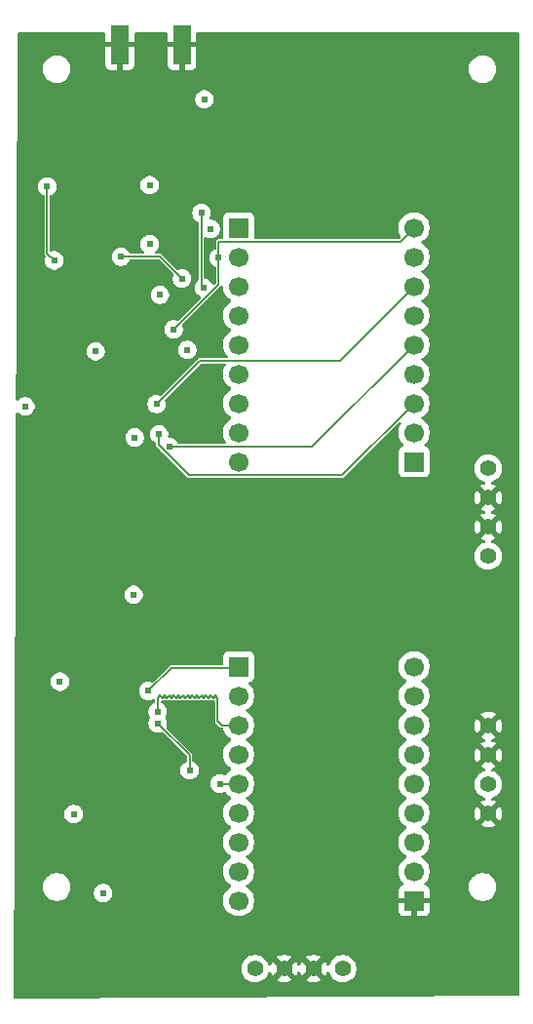
<source format=gbr>
G04 #@! TF.GenerationSoftware,KiCad,Pcbnew,9.0.0*
G04 #@! TF.CreationDate,2025-10-14T13:06:03-06:00*
G04 #@! TF.ProjectId,main_board,6d61696e-5f62-46f6-9172-642e6b696361,rev?*
G04 #@! TF.SameCoordinates,Original*
G04 #@! TF.FileFunction,Copper,L4,Bot*
G04 #@! TF.FilePolarity,Positive*
%FSLAX46Y46*%
G04 Gerber Fmt 4.6, Leading zero omitted, Abs format (unit mm)*
G04 Created by KiCad (PCBNEW 9.0.0) date 2025-10-14 13:06:03*
%MOMM*%
%LPD*%
G01*
G04 APERTURE LIST*
G04 #@! TA.AperFunction,ComponentPad*
%ADD10C,1.397000*%
G04 #@! TD*
G04 #@! TA.AperFunction,SMDPad,CuDef*
%ADD11R,1.500000X3.500000*%
G04 #@! TD*
G04 #@! TA.AperFunction,ComponentPad*
%ADD12R,1.700000X1.700000*%
G04 #@! TD*
G04 #@! TA.AperFunction,ComponentPad*
%ADD13C,1.700000*%
G04 #@! TD*
G04 #@! TA.AperFunction,ViaPad*
%ADD14C,0.610000*%
G04 #@! TD*
G04 #@! TA.AperFunction,Conductor*
%ADD15C,0.203200*%
G04 #@! TD*
G04 APERTURE END LIST*
D10*
G04 #@! TO.P,J4,1,1*
G04 #@! TO.N,+5V*
X159700000Y-105880000D03*
G04 #@! TO.P,J4,2,2*
G04 #@! TO.N,GND*
X159700000Y-108420000D03*
G04 #@! TO.P,J4,3,3*
X159700000Y-110960000D03*
G04 #@! TO.P,J4,4,4*
G04 #@! TO.N,+5V*
X159700000Y-113500000D03*
G04 #@! TD*
G04 #@! TO.P,J2,1,1*
G04 #@! TO.N,+9V*
X139450000Y-149320000D03*
G04 #@! TO.P,J2,2,2*
G04 #@! TO.N,GND*
X141990000Y-149320000D03*
G04 #@! TO.P,J2,3,3*
X144530000Y-149320000D03*
G04 #@! TO.P,J2,4,4*
G04 #@! TO.N,+5V*
X147070000Y-149320000D03*
G04 #@! TD*
D11*
G04 #@! TO.P,J1,G3*
G04 #@! TO.N,GND*
X133100000Y-69072500D03*
G04 #@! TO.P,J1,G4*
X127700000Y-69072500D03*
G04 #@! TD*
D10*
G04 #@! TO.P,J3,1,1*
G04 #@! TO.N,GND*
X159730000Y-135850000D03*
G04 #@! TO.P,J3,2,2*
G04 #@! TO.N,/uart*
X159730000Y-133310000D03*
G04 #@! TO.P,J3,3,3*
G04 #@! TO.N,GND*
X159730000Y-130770000D03*
G04 #@! TO.P,J3,4,4*
X159730000Y-128230000D03*
G04 #@! TD*
D12*
G04 #@! TO.P,U10,1,1*
G04 #@! TO.N,unconnected-(U10-Pad1)*
X138030000Y-84990000D03*
D13*
G04 #@! TO.P,U10,2,2*
G04 #@! TO.N,unconnected-(U10-Pad2)*
X138030000Y-87530000D03*
G04 #@! TO.P,U10,3,3*
G04 #@! TO.N,unconnected-(U10-Pad3)*
X138030000Y-90070000D03*
G04 #@! TO.P,U10,4,4*
G04 #@! TO.N,unconnected-(U10-Pad4)*
X138030000Y-92610000D03*
G04 #@! TO.P,U10,5,5*
G04 #@! TO.N,unconnected-(U10-Pad5)*
X138030000Y-95150000D03*
G04 #@! TO.P,U10,6,6*
G04 #@! TO.N,unconnected-(U10-Pad6)*
X138030000Y-97690000D03*
G04 #@! TO.P,U10,7,7*
G04 #@! TO.N,unconnected-(U10-Pad7)*
X138030000Y-100230000D03*
G04 #@! TO.P,U10,8,8*
G04 #@! TO.N,unconnected-(U10-Pad8)*
X138030000Y-102770000D03*
G04 #@! TO.P,U10,9,9*
G04 #@! TO.N,unconnected-(U10-Pad9)*
X138030000Y-105310000D03*
D12*
G04 #@! TO.P,U10,16,16*
G04 #@! TO.N,/CS_bar*
X138030000Y-123090000D03*
D13*
G04 #@! TO.P,U10,17,17*
G04 #@! TO.N,unconnected-(U10-Pad17)*
X138030000Y-125630000D03*
G04 #@! TO.P,U10,18,18*
G04 #@! TO.N,/SCK*
X138030000Y-128170000D03*
G04 #@! TO.P,U10,19,19*
G04 #@! TO.N,unconnected-(U10-Pad19)*
X138030000Y-130710000D03*
G04 #@! TO.P,U10,20,20*
G04 #@! TO.N,/Serial_Data_Out*
X138030000Y-133250000D03*
G04 #@! TO.P,U10,21,21*
G04 #@! TO.N,unconnected-(U10-Pad21)*
X138030000Y-135790000D03*
G04 #@! TO.P,U10,22,22*
G04 #@! TO.N,unconnected-(U10-Pad22)*
X138030000Y-138330000D03*
G04 #@! TO.P,U10,23,23*
G04 #@! TO.N,unconnected-(U10-Pad23)*
X138030000Y-140870000D03*
G04 #@! TO.P,U10,24,24*
G04 #@! TO.N,+5V*
X138030000Y-143410000D03*
D12*
G04 #@! TO.P,U10,25,25*
G04 #@! TO.N,GND*
X153270000Y-143410000D03*
D13*
G04 #@! TO.P,U10,26,26*
G04 #@! TO.N,unconnected-(U10-Pad26)*
X153270000Y-140870000D03*
G04 #@! TO.P,U10,27,27*
G04 #@! TO.N,unconnected-(U10-Pad27)*
X153270000Y-138330000D03*
G04 #@! TO.P,U10,28,28*
G04 #@! TO.N,unconnected-(U10-Pad28)*
X153270000Y-135790000D03*
G04 #@! TO.P,U10,29,29*
G04 #@! TO.N,/uart*
X153270000Y-133250000D03*
G04 #@! TO.P,U10,30,30*
G04 #@! TO.N,unconnected-(U10-Pad30)*
X153270000Y-130710000D03*
G04 #@! TO.P,U10,31,31*
G04 #@! TO.N,unconnected-(U10-Pad31)*
X153270000Y-128170000D03*
G04 #@! TO.P,U10,32,32*
G04 #@! TO.N,unconnected-(U10-Pad32)*
X153270000Y-125630000D03*
G04 #@! TO.P,U10,33,33*
G04 #@! TO.N,unconnected-(U10-Pad33)*
X153270000Y-123090000D03*
D12*
G04 #@! TO.P,U10,40,40*
G04 #@! TO.N,unconnected-(U10-Pad40)*
X153270000Y-105310000D03*
D13*
G04 #@! TO.P,U10,41,41*
G04 #@! TO.N,unconnected-(U10-Pad41)*
X153270000Y-102770000D03*
G04 #@! TO.P,U10,42,42*
G04 #@! TO.N,/Pot_SDI*
X153270000Y-100230000D03*
G04 #@! TO.P,U10,43,43*
G04 #@! TO.N,unconnected-(U10-Pad43)*
X153270000Y-97690000D03*
G04 #@! TO.P,U10,44,44*
G04 #@! TO.N,/Pot_CS*
X153270000Y-95150000D03*
G04 #@! TO.P,U10,45,45*
G04 #@! TO.N,unconnected-(U10-Pad45)*
X153270000Y-92610000D03*
G04 #@! TO.P,U10,46,46*
G04 #@! TO.N,/Pot_CLK*
X153270000Y-90070000D03*
G04 #@! TO.P,U10,47,47*
G04 #@! TO.N,unconnected-(U10-Pad47)*
X153270000Y-87530000D03*
G04 #@! TO.P,U10,48,48*
G04 #@! TO.N,/Bypass_ctrl*
X153270000Y-84990000D03*
G04 #@! TD*
D14*
G04 #@! TO.N,/Serial_Data_Out*
X136400000Y-133250000D03*
G04 #@! TO.N,GND*
X121700000Y-149300000D03*
X130300000Y-93000000D03*
X126290000Y-112390000D03*
X128600000Y-150300000D03*
X135500000Y-95800000D03*
X121900000Y-97600000D03*
X154000000Y-149000000D03*
X125827500Y-69072500D03*
X120630000Y-92700000D03*
X132600000Y-80200000D03*
X120600000Y-137000000D03*
X137400000Y-82100000D03*
X130000000Y-84700000D03*
X122900000Y-76800000D03*
X135500000Y-86777900D03*
X120220000Y-118700000D03*
X135400000Y-147300000D03*
X126400000Y-139200000D03*
X135272500Y-69072500D03*
X126052267Y-130586174D03*
X132655000Y-118410000D03*
G04 #@! TO.N,/Pot_CS*
X132000000Y-104000000D03*
G04 #@! TO.N,+5V*
X126262500Y-142762500D03*
X128900000Y-116860000D03*
X135050000Y-73850000D03*
X122500000Y-124400000D03*
X123700000Y-135900000D03*
X130300000Y-81300000D03*
X135600000Y-85100000D03*
X129000000Y-103200000D03*
X131182500Y-90817500D03*
X130300000Y-86400000D03*
X133580000Y-95600000D03*
X119500000Y-100500000D03*
X125600000Y-95700000D03*
G04 #@! TO.N,/Bypass_sig*
X134800000Y-83700000D03*
X135000000Y-90200000D03*
G04 #@! TO.N,/High Gain Amplifier/Sigin*
X127800000Y-87500000D03*
X133100000Y-89400000D03*
G04 #@! TO.N,/SCK*
X131000000Y-127000000D03*
G04 #@! TO.N,/CS_bar*
X130200000Y-125200000D03*
G04 #@! TO.N,Net-(C13-Pad2)*
X121400000Y-81400000D03*
X122000000Y-87825000D03*
G04 #@! TO.N,Net-(U7-SDO)*
X133775000Y-132100000D03*
X131000000Y-128000000D03*
G04 #@! TO.N,/Bypass_ctrl*
X136300000Y-87600000D03*
X132380001Y-93819999D03*
G04 #@! TO.N,/Pot_SDI*
X131100000Y-102900000D03*
G04 #@! TO.N,/Pot_CLK*
X130900000Y-100300000D03*
G04 #@! TD*
D15*
G04 #@! TO.N,/Serial_Data_Out*
X136400000Y-133250000D02*
X138030000Y-133250000D01*
G04 #@! TO.N,GND*
X133100000Y-69072500D02*
X135272500Y-69072500D01*
X127700000Y-69072500D02*
X125827500Y-69072500D01*
G04 #@! TO.N,/Pot_CS*
X132000000Y-104000000D02*
X144420000Y-104000000D01*
X144420000Y-104000000D02*
X153270000Y-95150000D01*
G04 #@! TO.N,/Bypass_sig*
X135000000Y-90200000D02*
X134800000Y-90000000D01*
X134800000Y-90000000D02*
X134800000Y-83700000D01*
X134800000Y-83700000D02*
X134800000Y-83600000D01*
G04 #@! TO.N,/High Gain Amplifier/Sigin*
X133100000Y-89400000D02*
X131200000Y-87500000D01*
X131200000Y-87500000D02*
X127800000Y-87500000D01*
G04 #@! TO.N,/SCK*
X131600000Y-125600000D02*
X131800000Y-125800000D01*
X134400000Y-125600000D02*
X134600000Y-125800000D01*
X135400000Y-125800000D02*
X135600000Y-125600000D01*
X133200000Y-125600000D02*
X133400000Y-125800000D01*
X132800000Y-125600000D02*
X133000000Y-125800000D01*
X131000000Y-127000000D02*
X131000000Y-125800000D01*
X133400000Y-125800000D02*
X133600000Y-125600000D01*
X132000000Y-125600000D02*
X132200000Y-125800000D01*
X136200000Y-125800000D02*
X136200000Y-127800000D01*
X136570000Y-128170000D02*
X138030000Y-128170000D01*
X131800000Y-125800000D02*
X132000000Y-125600000D01*
X134000000Y-125600000D02*
X134200000Y-125800000D01*
X135000000Y-125800000D02*
X135200000Y-125600000D01*
X133000000Y-125800000D02*
X133200000Y-125600000D01*
X133600000Y-125600000D02*
X133500000Y-125700000D01*
X135600000Y-125600000D02*
X135800000Y-125800000D01*
X131000000Y-125800000D02*
X131200000Y-125600000D01*
X136000000Y-125600000D02*
X136200000Y-125800000D01*
X134600000Y-125800000D02*
X134800000Y-125600000D01*
X132200000Y-125800000D02*
X132400000Y-125600000D01*
X135800000Y-125800000D02*
X136000000Y-125600000D01*
X131200000Y-125600000D02*
X131400000Y-125800000D01*
X132600000Y-125800000D02*
X132800000Y-125600000D01*
X133800000Y-125800000D02*
X134000000Y-125600000D01*
X134800000Y-125600000D02*
X135000000Y-125800000D01*
X132400000Y-125600000D02*
X132600000Y-125800000D01*
X134200000Y-125800000D02*
X134400000Y-125600000D01*
X133600000Y-125600000D02*
X133800000Y-125800000D01*
X135200000Y-125600000D02*
X135400000Y-125800000D01*
X136200000Y-127800000D02*
X136570000Y-128170000D01*
X132400000Y-125600000D02*
X132300000Y-125700000D01*
X131400000Y-125800000D02*
X131600000Y-125600000D01*
G04 #@! TO.N,/CS_bar*
X130200000Y-125200000D02*
X132200000Y-123200000D01*
X132200000Y-123200000D02*
X137920000Y-123200000D01*
G04 #@! TO.N,Net-(C13-Pad2)*
X121400000Y-87225000D02*
X121400000Y-81400000D01*
X122000000Y-87825000D02*
X121400000Y-87225000D01*
G04 #@! TO.N,Net-(U7-SDO)*
X133775000Y-132100000D02*
X133775000Y-130775000D01*
X133775000Y-130775000D02*
X131000000Y-128000000D01*
G04 #@! TO.N,/Bypass_ctrl*
X152060000Y-86200000D02*
X153270000Y-84990000D01*
X136300000Y-87600000D02*
X136300000Y-89900000D01*
X136300000Y-86200000D02*
X152060000Y-86200000D01*
X136300000Y-87600000D02*
X136300000Y-86200000D01*
X136300000Y-89900000D02*
X132380001Y-93819999D01*
G04 #@! TO.N,/Pot_SDI*
X147037400Y-106462600D02*
X153270000Y-100230000D01*
X131100000Y-102900000D02*
X131100000Y-103856039D01*
X133706561Y-106462600D02*
X147037400Y-106462600D01*
X131100000Y-103856039D02*
X133706561Y-106462600D01*
G04 #@! TO.N,/Pot_CLK*
X146802600Y-96537400D02*
X153270000Y-90070000D01*
X134662600Y-96537400D02*
X146802600Y-96537400D01*
X130900000Y-100300000D02*
X134662600Y-96537400D01*
G04 #@! TD*
G04 #@! TA.AperFunction,Conductor*
G04 #@! TO.N,GND*
G36*
X126393039Y-68019685D02*
G01*
X126438794Y-68072489D01*
X126450000Y-68124000D01*
X126450000Y-68822500D01*
X128950000Y-68822500D01*
X128950000Y-68124000D01*
X128969685Y-68056961D01*
X129022489Y-68011206D01*
X129074000Y-68000000D01*
X131726000Y-68000000D01*
X131793039Y-68019685D01*
X131838794Y-68072489D01*
X131850000Y-68124000D01*
X131850000Y-68822500D01*
X134350000Y-68822500D01*
X134350000Y-68124000D01*
X134369685Y-68056961D01*
X134422489Y-68011206D01*
X134474000Y-68000000D01*
X162276000Y-68000000D01*
X162343039Y-68019685D01*
X162388794Y-68072489D01*
X162400000Y-68124000D01*
X162400000Y-151576563D01*
X162380315Y-151643602D01*
X162327511Y-151689357D01*
X162276565Y-151700562D01*
X118625011Y-151899430D01*
X118557882Y-151880051D01*
X118511887Y-151827456D01*
X118500447Y-151774988D01*
X118509563Y-149225631D01*
X138251000Y-149225631D01*
X138251000Y-149414368D01*
X138280522Y-149600763D01*
X138280523Y-149600767D01*
X138338843Y-149780256D01*
X138424523Y-149948413D01*
X138535454Y-150101096D01*
X138668904Y-150234546D01*
X138821587Y-150345477D01*
X138989744Y-150431157D01*
X139169233Y-150489477D01*
X139239134Y-150500548D01*
X139355632Y-150519000D01*
X139355637Y-150519000D01*
X139544368Y-150519000D01*
X139647920Y-150502598D01*
X139730767Y-150489477D01*
X139910256Y-150431157D01*
X140078413Y-150345477D01*
X140231096Y-150234546D01*
X140364546Y-150101096D01*
X140475477Y-149948413D01*
X140561157Y-149780256D01*
X140602333Y-149653529D01*
X140641768Y-149595858D01*
X140706127Y-149568659D01*
X140774973Y-149580573D01*
X140826449Y-149627817D01*
X140838193Y-149653533D01*
X140879304Y-149780061D01*
X140879305Y-149780063D01*
X140964952Y-149948153D01*
X140983189Y-149973255D01*
X140983190Y-149973255D01*
X141552352Y-149404093D01*
X141575792Y-149491571D01*
X141634311Y-149592930D01*
X141717070Y-149675689D01*
X141818429Y-149734208D01*
X141905905Y-149757647D01*
X141336743Y-150326808D01*
X141336743Y-150326809D01*
X141361844Y-150345046D01*
X141529935Y-150430694D01*
X141529938Y-150430695D01*
X141709349Y-150488988D01*
X141895677Y-150518500D01*
X142084323Y-150518500D01*
X142270650Y-150488988D01*
X142450061Y-150430695D01*
X142450064Y-150430694D01*
X142618151Y-150345048D01*
X142643256Y-150326808D01*
X142074095Y-149757647D01*
X142161571Y-149734208D01*
X142262930Y-149675689D01*
X142345689Y-149592930D01*
X142404208Y-149491571D01*
X142427647Y-149404094D01*
X142996808Y-149973256D01*
X142996808Y-149973255D01*
X143015048Y-149948151D01*
X143100694Y-149780064D01*
X143100695Y-149780061D01*
X143142069Y-149652724D01*
X143181506Y-149595049D01*
X143245865Y-149567850D01*
X143314711Y-149579764D01*
X143366187Y-149627008D01*
X143377931Y-149652724D01*
X143419304Y-149780061D01*
X143419305Y-149780063D01*
X143504952Y-149948153D01*
X143523189Y-149973255D01*
X143523190Y-149973255D01*
X144092352Y-149404093D01*
X144115792Y-149491571D01*
X144174311Y-149592930D01*
X144257070Y-149675689D01*
X144358429Y-149734208D01*
X144445905Y-149757647D01*
X143876743Y-150326808D01*
X143876743Y-150326809D01*
X143901844Y-150345046D01*
X144069935Y-150430694D01*
X144069938Y-150430695D01*
X144249349Y-150488988D01*
X144435677Y-150518500D01*
X144624323Y-150518500D01*
X144810650Y-150488988D01*
X144990061Y-150430695D01*
X144990064Y-150430694D01*
X145158151Y-150345048D01*
X145183255Y-150326808D01*
X145183256Y-150326808D01*
X144614095Y-149757647D01*
X144701571Y-149734208D01*
X144802930Y-149675689D01*
X144885689Y-149592930D01*
X144944208Y-149491571D01*
X144967647Y-149404094D01*
X145536808Y-149973256D01*
X145536808Y-149973255D01*
X145555048Y-149948151D01*
X145640694Y-149780064D01*
X145640696Y-149780058D01*
X145681806Y-149653534D01*
X145721243Y-149595858D01*
X145785601Y-149568659D01*
X145854448Y-149580573D01*
X145905924Y-149627817D01*
X145917666Y-149653528D01*
X145924173Y-149673553D01*
X145958844Y-149780260D01*
X146044390Y-149948151D01*
X146044523Y-149948413D01*
X146155454Y-150101096D01*
X146288904Y-150234546D01*
X146441587Y-150345477D01*
X146609744Y-150431157D01*
X146789233Y-150489477D01*
X146859134Y-150500548D01*
X146975632Y-150519000D01*
X146975637Y-150519000D01*
X147164368Y-150519000D01*
X147267920Y-150502598D01*
X147350767Y-150489477D01*
X147530256Y-150431157D01*
X147698413Y-150345477D01*
X147851096Y-150234546D01*
X147984546Y-150101096D01*
X148095477Y-149948413D01*
X148181157Y-149780256D01*
X148239477Y-149600767D01*
X148256772Y-149491571D01*
X148269000Y-149414368D01*
X148269000Y-149225631D01*
X148239477Y-149039236D01*
X148239477Y-149039233D01*
X148181157Y-148859744D01*
X148095477Y-148691587D01*
X147984546Y-148538904D01*
X147851096Y-148405454D01*
X147698413Y-148294523D01*
X147530256Y-148208843D01*
X147350767Y-148150523D01*
X147350765Y-148150522D01*
X147350763Y-148150522D01*
X147164368Y-148121000D01*
X147164363Y-148121000D01*
X146975637Y-148121000D01*
X146975632Y-148121000D01*
X146789236Y-148150522D01*
X146609741Y-148208844D01*
X146441586Y-148294523D01*
X146354475Y-148357813D01*
X146288904Y-148405454D01*
X146288902Y-148405456D01*
X146288901Y-148405456D01*
X146155456Y-148538901D01*
X146155456Y-148538902D01*
X146155454Y-148538904D01*
X146107813Y-148604475D01*
X146044523Y-148691586D01*
X145958844Y-148859739D01*
X145917668Y-148986467D01*
X145878230Y-149044142D01*
X145813871Y-149071340D01*
X145745025Y-149059425D01*
X145693549Y-149012181D01*
X145681806Y-148986466D01*
X145640695Y-148859938D01*
X145640694Y-148859935D01*
X145555046Y-148691844D01*
X145536809Y-148666743D01*
X145536808Y-148666743D01*
X144967647Y-149235904D01*
X144944208Y-149148429D01*
X144885689Y-149047070D01*
X144802930Y-148964311D01*
X144701571Y-148905792D01*
X144614094Y-148882352D01*
X145183255Y-148313190D01*
X145183255Y-148313189D01*
X145158153Y-148294952D01*
X144990063Y-148209305D01*
X144990061Y-148209304D01*
X144810650Y-148151011D01*
X144624323Y-148121500D01*
X144435677Y-148121500D01*
X144249349Y-148151011D01*
X144069938Y-148209304D01*
X144069936Y-148209305D01*
X143901844Y-148294953D01*
X143901839Y-148294957D01*
X143876743Y-148313188D01*
X143876743Y-148313191D01*
X144445906Y-148882352D01*
X144358429Y-148905792D01*
X144257070Y-148964311D01*
X144174311Y-149047070D01*
X144115792Y-149148429D01*
X144092352Y-149235905D01*
X143523191Y-148666743D01*
X143523188Y-148666743D01*
X143504957Y-148691839D01*
X143504953Y-148691844D01*
X143419305Y-148859936D01*
X143419304Y-148859938D01*
X143377931Y-148987275D01*
X143338494Y-149044950D01*
X143274135Y-149072149D01*
X143205289Y-149060235D01*
X143153813Y-149012991D01*
X143142069Y-148987275D01*
X143100695Y-148859938D01*
X143100694Y-148859935D01*
X143015046Y-148691844D01*
X142996809Y-148666743D01*
X142996808Y-148666743D01*
X142427647Y-149235904D01*
X142404208Y-149148429D01*
X142345689Y-149047070D01*
X142262930Y-148964311D01*
X142161571Y-148905792D01*
X142074094Y-148882352D01*
X142643255Y-148313190D01*
X142643255Y-148313189D01*
X142618153Y-148294952D01*
X142450063Y-148209305D01*
X142450061Y-148209304D01*
X142270650Y-148151011D01*
X142084323Y-148121500D01*
X141895677Y-148121500D01*
X141709349Y-148151011D01*
X141529938Y-148209304D01*
X141529936Y-148209305D01*
X141361844Y-148294953D01*
X141361839Y-148294957D01*
X141336743Y-148313188D01*
X141336743Y-148313191D01*
X141905906Y-148882352D01*
X141818429Y-148905792D01*
X141717070Y-148964311D01*
X141634311Y-149047070D01*
X141575792Y-149148429D01*
X141552352Y-149235905D01*
X140983191Y-148666743D01*
X140983188Y-148666743D01*
X140964957Y-148691839D01*
X140964953Y-148691844D01*
X140879306Y-148859935D01*
X140838193Y-148986467D01*
X140798755Y-149044142D01*
X140734396Y-149071340D01*
X140665550Y-149059425D01*
X140614074Y-149012181D01*
X140602333Y-148986472D01*
X140561157Y-148859744D01*
X140475477Y-148691587D01*
X140364546Y-148538904D01*
X140231096Y-148405454D01*
X140078413Y-148294523D01*
X139910256Y-148208843D01*
X139730767Y-148150523D01*
X139730765Y-148150522D01*
X139730763Y-148150522D01*
X139544368Y-148121000D01*
X139544363Y-148121000D01*
X139355637Y-148121000D01*
X139355632Y-148121000D01*
X139169236Y-148150522D01*
X138989741Y-148208844D01*
X138821586Y-148294523D01*
X138734475Y-148357813D01*
X138668904Y-148405454D01*
X138668902Y-148405456D01*
X138668901Y-148405456D01*
X138535456Y-148538901D01*
X138535456Y-148538902D01*
X138535454Y-148538904D01*
X138487813Y-148604475D01*
X138424523Y-148691586D01*
X138338844Y-148859741D01*
X138280522Y-149039236D01*
X138251000Y-149225631D01*
X118509563Y-149225631D01*
X118509582Y-149220322D01*
X118519721Y-146384571D01*
X118534950Y-142125513D01*
X121029500Y-142125513D01*
X121029500Y-142314486D01*
X121059059Y-142501118D01*
X121117454Y-142680836D01*
X121199488Y-142841835D01*
X121203240Y-142849199D01*
X121314310Y-143002073D01*
X121447927Y-143135690D01*
X121600801Y-143246760D01*
X121658139Y-143275975D01*
X121769163Y-143332545D01*
X121769165Y-143332545D01*
X121769168Y-143332547D01*
X121865497Y-143363846D01*
X121948881Y-143390940D01*
X122135514Y-143420500D01*
X122135519Y-143420500D01*
X122324486Y-143420500D01*
X122511118Y-143390940D01*
X122519646Y-143388169D01*
X122690832Y-143332547D01*
X122859199Y-143246760D01*
X123012073Y-143135690D01*
X123145690Y-143002073D01*
X123256760Y-142849199D01*
X123341361Y-142683160D01*
X125457000Y-142683160D01*
X125457000Y-142841839D01*
X125487953Y-142997448D01*
X125487955Y-142997456D01*
X125548674Y-143144043D01*
X125548679Y-143144053D01*
X125636827Y-143275975D01*
X125636830Y-143275979D01*
X125749020Y-143388169D01*
X125749024Y-143388172D01*
X125880946Y-143476320D01*
X125880950Y-143476322D01*
X125880953Y-143476324D01*
X126027544Y-143537045D01*
X126183160Y-143567999D01*
X126183163Y-143568000D01*
X126183165Y-143568000D01*
X126341837Y-143568000D01*
X126341838Y-143567999D01*
X126497456Y-143537045D01*
X126644047Y-143476324D01*
X126775976Y-143388172D01*
X126888172Y-143275976D01*
X126976324Y-143144047D01*
X127037045Y-142997456D01*
X127068000Y-142841835D01*
X127068000Y-142683165D01*
X127068000Y-142683162D01*
X127067999Y-142683160D01*
X127037046Y-142527551D01*
X127037045Y-142527544D01*
X126976324Y-142380953D01*
X126976322Y-142380950D01*
X126976320Y-142380946D01*
X126888172Y-142249024D01*
X126888169Y-142249020D01*
X126775979Y-142136830D01*
X126775975Y-142136827D01*
X126644053Y-142048679D01*
X126644043Y-142048674D01*
X126497456Y-141987955D01*
X126497448Y-141987953D01*
X126341838Y-141957000D01*
X126341835Y-141957000D01*
X126183165Y-141957000D01*
X126183162Y-141957000D01*
X126027551Y-141987953D01*
X126027543Y-141987955D01*
X125880956Y-142048674D01*
X125880946Y-142048679D01*
X125749024Y-142136827D01*
X125749020Y-142136830D01*
X125636830Y-142249020D01*
X125636827Y-142249024D01*
X125548679Y-142380946D01*
X125548674Y-142380956D01*
X125487955Y-142527543D01*
X125487953Y-142527551D01*
X125457000Y-142683160D01*
X123341361Y-142683160D01*
X123342547Y-142680832D01*
X123400940Y-142501118D01*
X123419972Y-142380956D01*
X123430500Y-142314486D01*
X123430500Y-142125513D01*
X123400940Y-141938881D01*
X123342545Y-141759163D01*
X123256759Y-141590800D01*
X123145690Y-141437927D01*
X123012073Y-141304310D01*
X122859199Y-141193240D01*
X122845459Y-141186239D01*
X122690836Y-141107454D01*
X122511118Y-141049059D01*
X122324486Y-141019500D01*
X122324481Y-141019500D01*
X122135519Y-141019500D01*
X122135514Y-141019500D01*
X121948881Y-141049059D01*
X121769163Y-141107454D01*
X121600800Y-141193240D01*
X121513579Y-141256610D01*
X121447927Y-141304310D01*
X121447925Y-141304312D01*
X121447924Y-141304312D01*
X121314312Y-141437924D01*
X121314312Y-141437925D01*
X121314310Y-141437927D01*
X121266610Y-141503579D01*
X121203240Y-141590800D01*
X121117454Y-141759163D01*
X121059059Y-141938881D01*
X121029500Y-142125513D01*
X118534950Y-142125513D01*
X118557494Y-135820660D01*
X122894500Y-135820660D01*
X122894500Y-135979339D01*
X122925453Y-136134948D01*
X122925455Y-136134956D01*
X122986174Y-136281543D01*
X122986179Y-136281553D01*
X123074327Y-136413475D01*
X123074330Y-136413479D01*
X123186520Y-136525669D01*
X123186524Y-136525672D01*
X123318446Y-136613820D01*
X123318450Y-136613822D01*
X123318453Y-136613824D01*
X123465044Y-136674545D01*
X123620660Y-136705499D01*
X123620663Y-136705500D01*
X123620665Y-136705500D01*
X123779337Y-136705500D01*
X123779338Y-136705499D01*
X123934956Y-136674545D01*
X124081547Y-136613824D01*
X124213476Y-136525672D01*
X124325672Y-136413476D01*
X124413824Y-136281547D01*
X124474545Y-136134956D01*
X124505500Y-135979335D01*
X124505500Y-135820665D01*
X124505500Y-135820662D01*
X124505499Y-135820660D01*
X124492573Y-135755676D01*
X124474545Y-135665044D01*
X124413824Y-135518453D01*
X124413822Y-135518450D01*
X124413820Y-135518446D01*
X124325672Y-135386524D01*
X124325669Y-135386520D01*
X124213479Y-135274330D01*
X124213475Y-135274327D01*
X124081553Y-135186179D01*
X124081543Y-135186174D01*
X123934956Y-135125455D01*
X123934948Y-135125453D01*
X123779338Y-135094500D01*
X123779335Y-135094500D01*
X123620665Y-135094500D01*
X123620662Y-135094500D01*
X123465051Y-135125453D01*
X123465043Y-135125455D01*
X123318456Y-135186174D01*
X123318446Y-135186179D01*
X123186524Y-135274327D01*
X123186520Y-135274330D01*
X123074330Y-135386520D01*
X123074327Y-135386524D01*
X122986179Y-135518446D01*
X122986174Y-135518456D01*
X122925455Y-135665043D01*
X122925453Y-135665051D01*
X122894500Y-135820660D01*
X118557494Y-135820660D01*
X118598615Y-124320660D01*
X121694500Y-124320660D01*
X121694500Y-124479339D01*
X121725453Y-124634948D01*
X121725455Y-124634956D01*
X121786174Y-124781543D01*
X121786179Y-124781553D01*
X121874327Y-124913475D01*
X121874330Y-124913479D01*
X121986520Y-125025669D01*
X121986524Y-125025672D01*
X122118446Y-125113820D01*
X122118450Y-125113822D01*
X122118453Y-125113824D01*
X122265044Y-125174545D01*
X122420660Y-125205499D01*
X122420663Y-125205500D01*
X122420665Y-125205500D01*
X122579337Y-125205500D01*
X122579338Y-125205499D01*
X122734956Y-125174545D01*
X122865044Y-125120660D01*
X129394500Y-125120660D01*
X129394500Y-125279339D01*
X129425453Y-125434948D01*
X129425455Y-125434956D01*
X129486174Y-125581543D01*
X129486179Y-125581553D01*
X129574327Y-125713475D01*
X129574330Y-125713479D01*
X129686520Y-125825669D01*
X129686524Y-125825672D01*
X129818446Y-125913820D01*
X129818450Y-125913822D01*
X129818453Y-125913824D01*
X129965044Y-125974545D01*
X130120660Y-126005499D01*
X130120663Y-126005500D01*
X130120665Y-126005500D01*
X130279337Y-126005500D01*
X130279338Y-126005499D01*
X130434956Y-125974545D01*
X130581547Y-125913824D01*
X130581555Y-125913818D01*
X130586922Y-125910951D01*
X130587974Y-125912920D01*
X130595389Y-125906496D01*
X130620465Y-125902890D01*
X130644648Y-125895310D01*
X130654469Y-125898001D01*
X130664547Y-125896552D01*
X130687594Y-125907077D01*
X130712034Y-125913774D01*
X130718840Y-125921347D01*
X130728103Y-125925577D01*
X130741801Y-125946893D01*
X130758740Y-125965738D01*
X130761377Y-125977353D01*
X130765877Y-125984355D01*
X130770900Y-126019290D01*
X130770900Y-126140175D01*
X130751215Y-126207214D01*
X130698411Y-126252969D01*
X130694354Y-126254736D01*
X130618453Y-126286176D01*
X130618446Y-126286179D01*
X130486524Y-126374327D01*
X130486520Y-126374330D01*
X130374330Y-126486520D01*
X130374327Y-126486524D01*
X130286179Y-126618446D01*
X130286174Y-126618456D01*
X130225455Y-126765043D01*
X130225453Y-126765051D01*
X130194500Y-126920660D01*
X130194500Y-127079339D01*
X130225453Y-127234948D01*
X130225455Y-127234956D01*
X130286176Y-127381547D01*
X130319292Y-127431111D01*
X130340169Y-127497789D01*
X130321683Y-127565169D01*
X130319292Y-127568889D01*
X130286176Y-127618452D01*
X130225455Y-127765043D01*
X130225453Y-127765051D01*
X130194500Y-127920660D01*
X130194500Y-128079339D01*
X130225453Y-128234948D01*
X130225455Y-128234956D01*
X130286174Y-128381543D01*
X130286179Y-128381553D01*
X130374327Y-128513475D01*
X130374330Y-128513479D01*
X130486520Y-128625669D01*
X130486524Y-128625672D01*
X130618446Y-128713820D01*
X130618450Y-128713822D01*
X130618453Y-128713824D01*
X130765044Y-128774545D01*
X130920660Y-128805499D01*
X130920663Y-128805500D01*
X130920665Y-128805500D01*
X131079337Y-128805500D01*
X131079338Y-128805499D01*
X131234956Y-128774545D01*
X131310856Y-128743105D01*
X131380321Y-128735636D01*
X131442801Y-128766909D01*
X131445988Y-128769985D01*
X133509581Y-130833577D01*
X133543066Y-130894900D01*
X133545900Y-130921258D01*
X133545900Y-131240175D01*
X133526215Y-131307214D01*
X133473411Y-131352969D01*
X133469354Y-131354736D01*
X133393453Y-131386176D01*
X133393446Y-131386179D01*
X133261524Y-131474327D01*
X133261520Y-131474330D01*
X133149330Y-131586520D01*
X133149327Y-131586524D01*
X133061179Y-131718446D01*
X133061174Y-131718456D01*
X133000455Y-131865043D01*
X133000453Y-131865051D01*
X132969500Y-132020660D01*
X132969500Y-132179339D01*
X133000453Y-132334948D01*
X133000455Y-132334956D01*
X133061174Y-132481543D01*
X133061179Y-132481553D01*
X133149327Y-132613475D01*
X133149330Y-132613479D01*
X133261520Y-132725669D01*
X133261524Y-132725672D01*
X133393446Y-132813820D01*
X133393450Y-132813822D01*
X133393453Y-132813824D01*
X133540044Y-132874545D01*
X133695660Y-132905499D01*
X133695663Y-132905500D01*
X133695665Y-132905500D01*
X133854337Y-132905500D01*
X133854338Y-132905499D01*
X134009956Y-132874545D01*
X134156547Y-132813824D01*
X134288476Y-132725672D01*
X134400672Y-132613476D01*
X134488824Y-132481547D01*
X134549545Y-132334956D01*
X134580500Y-132179335D01*
X134580500Y-132020665D01*
X134580500Y-132020662D01*
X134580499Y-132020660D01*
X134568680Y-131961243D01*
X134549545Y-131865044D01*
X134488824Y-131718453D01*
X134488822Y-131718450D01*
X134488820Y-131718446D01*
X134400672Y-131586524D01*
X134400669Y-131586520D01*
X134288479Y-131474330D01*
X134288475Y-131474327D01*
X134156553Y-131386179D01*
X134156548Y-131386177D01*
X134156547Y-131386176D01*
X134109101Y-131366523D01*
X134080646Y-131354736D01*
X134026243Y-131310894D01*
X134004179Y-131244600D01*
X134004100Y-131240175D01*
X134004100Y-130729429D01*
X133989652Y-130694551D01*
X133969222Y-130645226D01*
X133969220Y-130645224D01*
X133969220Y-130645223D01*
X131769985Y-128445988D01*
X131736500Y-128384665D01*
X131741484Y-128314973D01*
X131743080Y-128310915D01*
X131774545Y-128234956D01*
X131805500Y-128079335D01*
X131805500Y-127920665D01*
X131805500Y-127920662D01*
X131805499Y-127920660D01*
X131796704Y-127876446D01*
X131774545Y-127765044D01*
X131713824Y-127618453D01*
X131680706Y-127568889D01*
X131659829Y-127502214D01*
X131678313Y-127434834D01*
X131680706Y-127431111D01*
X131713824Y-127381547D01*
X131774545Y-127234956D01*
X131805500Y-127079335D01*
X131805500Y-126920665D01*
X131805500Y-126920662D01*
X131805499Y-126920660D01*
X131797721Y-126881557D01*
X131774545Y-126765044D01*
X131713824Y-126618453D01*
X131713822Y-126618450D01*
X131713820Y-126618446D01*
X131625672Y-126486524D01*
X131625669Y-126486520D01*
X131513479Y-126374330D01*
X131513475Y-126374327D01*
X131381553Y-126286179D01*
X131381543Y-126286174D01*
X131336849Y-126267661D01*
X131282445Y-126223820D01*
X131260381Y-126157525D01*
X131277661Y-126089826D01*
X131328798Y-126042216D01*
X131352794Y-126033170D01*
X131368286Y-126029100D01*
X131445570Y-126029100D01*
X131529775Y-125994222D01*
X131540012Y-125983984D01*
X131568492Y-125976502D01*
X131583473Y-125976931D01*
X131597777Y-125972452D01*
X131617691Y-125977913D01*
X131638333Y-125978506D01*
X131650704Y-125986967D01*
X131665159Y-125990932D01*
X131668895Y-125993332D01*
X131670221Y-125994218D01*
X131670225Y-125994222D01*
X131670228Y-125994223D01*
X131670231Y-125994225D01*
X131697453Y-126005500D01*
X131754430Y-126029100D01*
X131754432Y-126029100D01*
X131845568Y-126029100D01*
X131845570Y-126029100D01*
X131929775Y-125994222D01*
X131929779Y-125994217D01*
X131931101Y-125993335D01*
X131934447Y-125992286D01*
X131941060Y-125989548D01*
X131941304Y-125990139D01*
X131997777Y-125972452D01*
X132065159Y-125990932D01*
X132068895Y-125993332D01*
X132070221Y-125994218D01*
X132070225Y-125994222D01*
X132070228Y-125994223D01*
X132070231Y-125994225D01*
X132097453Y-126005500D01*
X132154430Y-126029100D01*
X132154432Y-126029100D01*
X132245568Y-126029100D01*
X132245570Y-126029100D01*
X132329775Y-125994222D01*
X132329779Y-125994217D01*
X132331101Y-125993335D01*
X132334447Y-125992286D01*
X132341060Y-125989548D01*
X132341304Y-125990139D01*
X132397777Y-125972452D01*
X132465159Y-125990932D01*
X132468895Y-125993332D01*
X132470221Y-125994218D01*
X132470225Y-125994222D01*
X132470228Y-125994223D01*
X132470231Y-125994225D01*
X132497453Y-126005500D01*
X132554430Y-126029100D01*
X132554432Y-126029100D01*
X132645568Y-126029100D01*
X132645570Y-126029100D01*
X132729775Y-125994222D01*
X132729780Y-125994216D01*
X132731105Y-125993332D01*
X132734465Y-125992279D01*
X132741058Y-125989549D01*
X132741302Y-125990138D01*
X132797782Y-125972452D01*
X132865163Y-125990934D01*
X132868895Y-125993332D01*
X132870221Y-125994218D01*
X132870225Y-125994222D01*
X132870228Y-125994223D01*
X132870231Y-125994225D01*
X132897453Y-126005500D01*
X132954430Y-126029100D01*
X132954432Y-126029100D01*
X133045568Y-126029100D01*
X133045570Y-126029100D01*
X133129775Y-125994222D01*
X133129779Y-125994217D01*
X133131101Y-125993335D01*
X133134447Y-125992286D01*
X133141060Y-125989548D01*
X133141304Y-125990139D01*
X133197777Y-125972452D01*
X133265159Y-125990932D01*
X133268895Y-125993332D01*
X133270221Y-125994218D01*
X133270225Y-125994222D01*
X133270228Y-125994223D01*
X133270231Y-125994225D01*
X133297453Y-126005500D01*
X133354430Y-126029100D01*
X133354432Y-126029100D01*
X133445568Y-126029100D01*
X133445570Y-126029100D01*
X133529775Y-125994222D01*
X133529779Y-125994217D01*
X133531101Y-125993335D01*
X133534447Y-125992286D01*
X133541060Y-125989548D01*
X133541304Y-125990139D01*
X133597777Y-125972452D01*
X133665159Y-125990932D01*
X133668895Y-125993332D01*
X133670221Y-125994218D01*
X133670225Y-125994222D01*
X133670228Y-125994223D01*
X133670231Y-125994225D01*
X133697453Y-126005500D01*
X133754430Y-126029100D01*
X133754432Y-126029100D01*
X133845568Y-126029100D01*
X133845570Y-126029100D01*
X133929775Y-125994222D01*
X133929780Y-125994216D01*
X133931105Y-125993332D01*
X133934465Y-125992279D01*
X133941058Y-125989549D01*
X133941302Y-125990138D01*
X133997782Y-125972452D01*
X134065163Y-125990934D01*
X134068895Y-125993332D01*
X134070221Y-125994218D01*
X134070225Y-125994222D01*
X134070228Y-125994223D01*
X134070231Y-125994225D01*
X134097453Y-126005500D01*
X134154430Y-126029100D01*
X134154432Y-126029100D01*
X134245568Y-126029100D01*
X134245570Y-126029100D01*
X134329775Y-125994222D01*
X134329779Y-125994217D01*
X134331101Y-125993335D01*
X134334447Y-125992286D01*
X134341060Y-125989548D01*
X134341304Y-125990139D01*
X134397777Y-125972452D01*
X134465159Y-125990932D01*
X134468895Y-125993332D01*
X134470221Y-125994218D01*
X134470225Y-125994222D01*
X134470228Y-125994223D01*
X134470231Y-125994225D01*
X134497453Y-126005500D01*
X134554430Y-126029100D01*
X134554432Y-126029100D01*
X134645568Y-126029100D01*
X134645570Y-126029100D01*
X134729775Y-125994222D01*
X134729779Y-125994217D01*
X134731101Y-125993335D01*
X134734447Y-125992286D01*
X134741060Y-125989548D01*
X134741304Y-125990139D01*
X134797777Y-125972452D01*
X134865159Y-125990932D01*
X134868895Y-125993332D01*
X134870221Y-125994218D01*
X134870225Y-125994222D01*
X134870228Y-125994223D01*
X134870231Y-125994225D01*
X134897453Y-126005500D01*
X134954430Y-126029100D01*
X134954432Y-126029100D01*
X135045568Y-126029100D01*
X135045570Y-126029100D01*
X135129775Y-125994222D01*
X135129780Y-125994216D01*
X135131105Y-125993332D01*
X135134465Y-125992279D01*
X135141058Y-125989549D01*
X135141302Y-125990138D01*
X135197782Y-125972452D01*
X135265163Y-125990934D01*
X135268895Y-125993332D01*
X135270221Y-125994218D01*
X135270225Y-125994222D01*
X135270228Y-125994223D01*
X135270231Y-125994225D01*
X135297453Y-126005500D01*
X135354430Y-126029100D01*
X135354432Y-126029100D01*
X135445568Y-126029100D01*
X135445570Y-126029100D01*
X135529775Y-125994222D01*
X135529780Y-125994216D01*
X135531105Y-125993332D01*
X135534465Y-125992279D01*
X135541058Y-125989549D01*
X135541302Y-125990138D01*
X135597782Y-125972452D01*
X135665163Y-125990934D01*
X135668895Y-125993332D01*
X135670221Y-125994218D01*
X135670225Y-125994222D01*
X135670228Y-125994223D01*
X135670231Y-125994225D01*
X135697453Y-126005500D01*
X135754430Y-126029100D01*
X135754432Y-126029100D01*
X135846900Y-126029100D01*
X135913939Y-126048785D01*
X135959694Y-126101589D01*
X135970900Y-126153100D01*
X135970900Y-127845568D01*
X135970901Y-127845573D01*
X136005775Y-127929769D01*
X136005776Y-127929771D01*
X136005778Y-127929775D01*
X136440225Y-128364222D01*
X136440230Y-128364224D01*
X136485065Y-128382796D01*
X136485069Y-128382796D01*
X136499766Y-128388884D01*
X136524429Y-128399100D01*
X136524430Y-128399100D01*
X136602890Y-128399100D01*
X136611345Y-128400270D01*
X136635733Y-128411252D01*
X136661387Y-128418785D01*
X136667097Y-128425375D01*
X136675053Y-128428958D01*
X136689632Y-128451381D01*
X136707142Y-128471589D01*
X136712279Y-128484781D01*
X136778444Y-128688416D01*
X136874951Y-128877820D01*
X136999890Y-129049786D01*
X137150213Y-129200109D01*
X137322182Y-129325050D01*
X137330946Y-129329516D01*
X137381742Y-129377491D01*
X137398536Y-129445312D01*
X137375998Y-129511447D01*
X137330946Y-129550484D01*
X137322182Y-129554949D01*
X137150213Y-129679890D01*
X136999890Y-129830213D01*
X136874951Y-130002179D01*
X136778444Y-130191585D01*
X136712753Y-130393760D01*
X136680337Y-130598429D01*
X136679500Y-130603713D01*
X136679500Y-130816287D01*
X136712754Y-131026243D01*
X136764080Y-131184208D01*
X136778444Y-131228414D01*
X136874951Y-131417820D01*
X136999890Y-131589786D01*
X137150213Y-131740109D01*
X137322182Y-131865050D01*
X137330946Y-131869516D01*
X137381742Y-131917491D01*
X137398536Y-131985312D01*
X137375998Y-132051447D01*
X137330946Y-132090484D01*
X137322182Y-132094949D01*
X137150213Y-132219890D01*
X136999894Y-132370209D01*
X136999890Y-132370214D01*
X136914155Y-132488219D01*
X136858825Y-132530885D01*
X136789212Y-132536864D01*
X136766384Y-132529895D01*
X136634956Y-132475455D01*
X136634948Y-132475453D01*
X136479338Y-132444500D01*
X136479335Y-132444500D01*
X136320665Y-132444500D01*
X136320662Y-132444500D01*
X136165051Y-132475453D01*
X136165043Y-132475455D01*
X136018456Y-132536174D01*
X136018446Y-132536179D01*
X135886524Y-132624327D01*
X135886520Y-132624330D01*
X135774330Y-132736520D01*
X135774327Y-132736524D01*
X135686179Y-132868446D01*
X135686174Y-132868456D01*
X135625455Y-133015043D01*
X135625453Y-133015051D01*
X135594500Y-133170660D01*
X135594500Y-133329339D01*
X135625453Y-133484948D01*
X135625455Y-133484956D01*
X135686174Y-133631543D01*
X135686179Y-133631553D01*
X135774327Y-133763475D01*
X135774330Y-133763479D01*
X135886520Y-133875669D01*
X135886524Y-133875672D01*
X136018446Y-133963820D01*
X136018450Y-133963822D01*
X136018453Y-133963824D01*
X136165044Y-134024545D01*
X136320660Y-134055499D01*
X136320663Y-134055500D01*
X136320665Y-134055500D01*
X136479337Y-134055500D01*
X136479338Y-134055499D01*
X136634956Y-134024545D01*
X136766386Y-133970103D01*
X136835854Y-133962635D01*
X136898333Y-133993909D01*
X136914154Y-134011778D01*
X136923430Y-134024545D01*
X136999892Y-134129788D01*
X137150213Y-134280109D01*
X137322182Y-134405050D01*
X137330946Y-134409516D01*
X137381742Y-134457491D01*
X137398536Y-134525312D01*
X137375998Y-134591447D01*
X137330946Y-134630484D01*
X137322182Y-134634949D01*
X137150213Y-134759890D01*
X136999890Y-134910213D01*
X136874951Y-135082179D01*
X136778444Y-135271585D01*
X136712753Y-135473760D01*
X136682457Y-135665043D01*
X136679500Y-135683713D01*
X136679500Y-135896287D01*
X136712754Y-136106243D01*
X136764080Y-136264208D01*
X136778444Y-136308414D01*
X136874951Y-136497820D01*
X136999890Y-136669786D01*
X137150213Y-136820109D01*
X137322182Y-136945050D01*
X137330946Y-136949516D01*
X137381742Y-136997491D01*
X137398536Y-137065312D01*
X137375998Y-137131447D01*
X137330946Y-137170484D01*
X137322182Y-137174949D01*
X137150213Y-137299890D01*
X136999890Y-137450213D01*
X136874951Y-137622179D01*
X136778444Y-137811585D01*
X136712753Y-138013760D01*
X136679500Y-138223713D01*
X136679500Y-138436286D01*
X136712753Y-138646239D01*
X136778444Y-138848414D01*
X136874951Y-139037820D01*
X136999890Y-139209786D01*
X137150213Y-139360109D01*
X137322182Y-139485050D01*
X137330946Y-139489516D01*
X137381742Y-139537491D01*
X137398536Y-139605312D01*
X137375998Y-139671447D01*
X137330946Y-139710484D01*
X137322182Y-139714949D01*
X137150213Y-139839890D01*
X136999890Y-139990213D01*
X136874951Y-140162179D01*
X136778444Y-140351585D01*
X136712753Y-140553760D01*
X136679500Y-140763713D01*
X136679500Y-140976287D01*
X136712754Y-141186243D01*
X136751116Y-141304310D01*
X136778444Y-141388414D01*
X136874951Y-141577820D01*
X136999890Y-141749786D01*
X137150213Y-141900109D01*
X137322182Y-142025050D01*
X137330946Y-142029516D01*
X137381742Y-142077491D01*
X137398536Y-142145312D01*
X137375998Y-142211447D01*
X137330946Y-142250484D01*
X137322182Y-142254949D01*
X137150213Y-142379890D01*
X136999890Y-142530213D01*
X136874951Y-142702179D01*
X136778444Y-142891585D01*
X136712753Y-143093760D01*
X136679500Y-143303713D01*
X136679500Y-143516286D01*
X136712753Y-143726239D01*
X136778444Y-143928414D01*
X136874951Y-144117820D01*
X136999890Y-144289786D01*
X137150213Y-144440109D01*
X137322179Y-144565048D01*
X137322181Y-144565049D01*
X137322184Y-144565051D01*
X137511588Y-144661557D01*
X137713757Y-144727246D01*
X137923713Y-144760500D01*
X137923714Y-144760500D01*
X138136286Y-144760500D01*
X138136287Y-144760500D01*
X138346243Y-144727246D01*
X138548412Y-144661557D01*
X138737816Y-144565051D01*
X138824471Y-144502093D01*
X138909786Y-144440109D01*
X138909788Y-144440106D01*
X138909792Y-144440104D01*
X139060104Y-144289792D01*
X139060106Y-144289788D01*
X139060109Y-144289786D01*
X139185048Y-144117820D01*
X139185047Y-144117820D01*
X139185051Y-144117816D01*
X139281557Y-143928412D01*
X139347246Y-143726243D01*
X139380500Y-143516287D01*
X139380500Y-143303713D01*
X139347246Y-143093757D01*
X139281557Y-142891588D01*
X139185051Y-142702184D01*
X139185049Y-142702181D01*
X139185048Y-142702179D01*
X139060109Y-142530213D01*
X138909786Y-142379890D01*
X138737820Y-142254951D01*
X138737115Y-142254591D01*
X138729054Y-142250485D01*
X138678259Y-142202512D01*
X138661463Y-142134692D01*
X138683999Y-142068556D01*
X138729054Y-142029515D01*
X138737816Y-142025051D01*
X138788875Y-141987955D01*
X138909786Y-141900109D01*
X138909788Y-141900106D01*
X138909792Y-141900104D01*
X139060104Y-141749792D01*
X139060106Y-141749788D01*
X139060109Y-141749786D01*
X139185048Y-141577820D01*
X139185047Y-141577820D01*
X139185051Y-141577816D01*
X139281557Y-141388412D01*
X139347246Y-141186243D01*
X139380500Y-140976287D01*
X139380500Y-140763713D01*
X139347246Y-140553757D01*
X139281557Y-140351588D01*
X139185051Y-140162184D01*
X139185049Y-140162181D01*
X139185048Y-140162179D01*
X139060109Y-139990213D01*
X138909786Y-139839890D01*
X138737820Y-139714951D01*
X138737115Y-139714591D01*
X138729054Y-139710485D01*
X138678259Y-139662512D01*
X138661463Y-139594692D01*
X138683999Y-139528556D01*
X138729054Y-139489515D01*
X138737816Y-139485051D01*
X138759789Y-139469086D01*
X138909786Y-139360109D01*
X138909788Y-139360106D01*
X138909792Y-139360104D01*
X139060104Y-139209792D01*
X139060106Y-139209788D01*
X139060109Y-139209786D01*
X139185048Y-139037820D01*
X139185047Y-139037820D01*
X139185051Y-139037816D01*
X139281557Y-138848412D01*
X139347246Y-138646243D01*
X139380500Y-138436287D01*
X139380500Y-138223713D01*
X139347246Y-138013757D01*
X139281557Y-137811588D01*
X139185051Y-137622184D01*
X139185049Y-137622181D01*
X139185048Y-137622179D01*
X139060109Y-137450213D01*
X138909786Y-137299890D01*
X138737820Y-137174951D01*
X138737115Y-137174591D01*
X138729054Y-137170485D01*
X138678259Y-137122512D01*
X138661463Y-137054692D01*
X138683999Y-136988556D01*
X138729054Y-136949515D01*
X138737816Y-136945051D01*
X138834168Y-136875048D01*
X138909786Y-136820109D01*
X138909788Y-136820106D01*
X138909792Y-136820104D01*
X139060104Y-136669792D01*
X139060106Y-136669788D01*
X139060109Y-136669786D01*
X139185048Y-136497820D01*
X139185047Y-136497820D01*
X139185051Y-136497816D01*
X139281557Y-136308412D01*
X139347246Y-136106243D01*
X139380500Y-135896287D01*
X139380500Y-135683713D01*
X139347246Y-135473757D01*
X139281557Y-135271588D01*
X139185051Y-135082184D01*
X139185049Y-135082181D01*
X139185048Y-135082179D01*
X139060109Y-134910213D01*
X138909786Y-134759890D01*
X138737820Y-134634951D01*
X138737115Y-134634591D01*
X138729054Y-134630485D01*
X138678259Y-134582512D01*
X138661463Y-134514692D01*
X138683999Y-134448556D01*
X138729054Y-134409515D01*
X138737816Y-134405051D01*
X138759789Y-134389086D01*
X138909786Y-134280109D01*
X138909788Y-134280106D01*
X138909792Y-134280104D01*
X139060104Y-134129792D01*
X139060106Y-134129788D01*
X139060109Y-134129786D01*
X139185048Y-133957820D01*
X139185047Y-133957820D01*
X139185051Y-133957816D01*
X139281557Y-133768412D01*
X139347246Y-133566243D01*
X139380500Y-133356287D01*
X139380500Y-133143713D01*
X139347246Y-132933757D01*
X139281557Y-132731588D01*
X139185051Y-132542184D01*
X139185049Y-132542181D01*
X139185048Y-132542179D01*
X139060109Y-132370213D01*
X138909786Y-132219890D01*
X138737820Y-132094951D01*
X138736833Y-132094448D01*
X138729054Y-132090485D01*
X138678259Y-132042512D01*
X138661463Y-131974692D01*
X138683999Y-131908556D01*
X138729054Y-131869515D01*
X138737816Y-131865051D01*
X138834168Y-131795048D01*
X138909786Y-131740109D01*
X138909788Y-131740106D01*
X138909792Y-131740104D01*
X139060104Y-131589792D01*
X139060106Y-131589788D01*
X139060109Y-131589786D01*
X139185048Y-131417820D01*
X139185047Y-131417820D01*
X139185051Y-131417816D01*
X139281557Y-131228412D01*
X139347246Y-131026243D01*
X139380500Y-130816287D01*
X139380500Y-130603713D01*
X139347246Y-130393757D01*
X139281557Y-130191588D01*
X139185051Y-130002184D01*
X139185049Y-130002181D01*
X139185048Y-130002179D01*
X139060109Y-129830213D01*
X138909786Y-129679890D01*
X138737820Y-129554951D01*
X138737115Y-129554591D01*
X138729054Y-129550485D01*
X138678259Y-129502512D01*
X138661463Y-129434692D01*
X138683999Y-129368556D01*
X138729054Y-129329515D01*
X138737816Y-129325051D01*
X138834168Y-129255048D01*
X138909786Y-129200109D01*
X138909788Y-129200106D01*
X138909792Y-129200104D01*
X139060104Y-129049792D01*
X139060106Y-129049788D01*
X139060109Y-129049786D01*
X139185048Y-128877820D01*
X139185047Y-128877820D01*
X139185051Y-128877816D01*
X139281557Y-128688412D01*
X139347246Y-128486243D01*
X139380500Y-128276287D01*
X139380500Y-128063713D01*
X139347246Y-127853757D01*
X139281557Y-127651588D01*
X139185051Y-127462184D01*
X139185049Y-127462181D01*
X139185048Y-127462179D01*
X139060109Y-127290213D01*
X138909786Y-127139890D01*
X138737820Y-127014951D01*
X138737115Y-127014591D01*
X138729054Y-127010485D01*
X138678259Y-126962512D01*
X138661463Y-126894692D01*
X138683999Y-126828556D01*
X138729054Y-126789515D01*
X138737816Y-126785051D01*
X138765355Y-126765043D01*
X138909786Y-126660109D01*
X138909788Y-126660106D01*
X138909792Y-126660104D01*
X139060104Y-126509792D01*
X139060106Y-126509788D01*
X139060109Y-126509786D01*
X139185048Y-126337820D01*
X139185047Y-126337820D01*
X139185051Y-126337816D01*
X139281557Y-126148412D01*
X139347246Y-125946243D01*
X139380500Y-125736287D01*
X139380500Y-125523713D01*
X139347246Y-125313757D01*
X139281557Y-125111588D01*
X139185051Y-124922184D01*
X139185049Y-124922181D01*
X139185048Y-124922179D01*
X139060109Y-124750213D01*
X138946569Y-124636673D01*
X138913084Y-124575350D01*
X138918068Y-124505658D01*
X138959940Y-124449725D01*
X138990915Y-124432810D01*
X139122331Y-124383796D01*
X139237546Y-124297546D01*
X139323796Y-124182331D01*
X139374091Y-124047483D01*
X139380500Y-123987873D01*
X139380499Y-122983713D01*
X151919500Y-122983713D01*
X151919500Y-123196286D01*
X151952753Y-123406239D01*
X152018444Y-123608414D01*
X152114951Y-123797820D01*
X152239890Y-123969786D01*
X152390213Y-124120109D01*
X152562182Y-124245050D01*
X152570946Y-124249516D01*
X152621742Y-124297491D01*
X152638536Y-124365312D01*
X152615998Y-124431447D01*
X152570946Y-124470484D01*
X152562182Y-124474949D01*
X152390213Y-124599890D01*
X152239890Y-124750213D01*
X152114951Y-124922179D01*
X152018444Y-125111585D01*
X152018443Y-125111587D01*
X152018443Y-125111588D01*
X152017716Y-125113825D01*
X151952753Y-125313760D01*
X151919500Y-125523713D01*
X151919500Y-125736287D01*
X151924562Y-125768248D01*
X151950145Y-125929775D01*
X151952754Y-125946243D01*
X152003229Y-126101589D01*
X152018444Y-126148414D01*
X152114951Y-126337820D01*
X152239890Y-126509786D01*
X152390213Y-126660109D01*
X152562182Y-126785050D01*
X152570946Y-126789516D01*
X152621742Y-126837491D01*
X152638536Y-126905312D01*
X152615998Y-126971447D01*
X152570946Y-127010484D01*
X152562182Y-127014949D01*
X152390213Y-127139890D01*
X152239890Y-127290213D01*
X152114951Y-127462179D01*
X152018444Y-127651585D01*
X151952753Y-127853760D01*
X151919500Y-128063713D01*
X151919500Y-128276286D01*
X151942069Y-128418785D01*
X151952754Y-128486243D01*
X152004080Y-128644208D01*
X152018444Y-128688414D01*
X152114951Y-128877820D01*
X152239890Y-129049786D01*
X152390213Y-129200109D01*
X152562182Y-129325050D01*
X152570946Y-129329516D01*
X152621742Y-129377491D01*
X152638536Y-129445312D01*
X152615998Y-129511447D01*
X152570946Y-129550484D01*
X152562182Y-129554949D01*
X152390213Y-129679890D01*
X152239890Y-129830213D01*
X152114951Y-130002179D01*
X152018444Y-130191585D01*
X151952753Y-130393760D01*
X151920337Y-130598429D01*
X151919500Y-130603713D01*
X151919500Y-130816287D01*
X151952754Y-131026243D01*
X152004080Y-131184208D01*
X152018444Y-131228414D01*
X152114951Y-131417820D01*
X152239890Y-131589786D01*
X152390213Y-131740109D01*
X152562182Y-131865050D01*
X152570946Y-131869516D01*
X152621742Y-131917491D01*
X152638536Y-131985312D01*
X152615998Y-132051447D01*
X152570946Y-132090484D01*
X152562182Y-132094949D01*
X152390213Y-132219890D01*
X152239890Y-132370213D01*
X152114951Y-132542179D01*
X152018444Y-132731585D01*
X152018443Y-132731587D01*
X152018443Y-132731588D01*
X152016839Y-132736524D01*
X151952753Y-132933760D01*
X151919500Y-133143713D01*
X151919500Y-133356287D01*
X151952754Y-133566243D01*
X152016840Y-133763479D01*
X152018444Y-133768414D01*
X152114951Y-133957820D01*
X152239890Y-134129786D01*
X152390213Y-134280109D01*
X152562182Y-134405050D01*
X152570946Y-134409516D01*
X152621742Y-134457491D01*
X152638536Y-134525312D01*
X152615998Y-134591447D01*
X152570946Y-134630484D01*
X152562182Y-134634949D01*
X152390213Y-134759890D01*
X152239890Y-134910213D01*
X152114951Y-135082179D01*
X152018444Y-135271585D01*
X151952753Y-135473760D01*
X151922457Y-135665043D01*
X151919500Y-135683713D01*
X151919500Y-135896287D01*
X151952754Y-136106243D01*
X152004080Y-136264208D01*
X152018444Y-136308414D01*
X152114951Y-136497820D01*
X152239890Y-136669786D01*
X152390213Y-136820109D01*
X152562182Y-136945050D01*
X152570946Y-136949516D01*
X152621742Y-136997491D01*
X152638536Y-137065312D01*
X152615998Y-137131447D01*
X152570946Y-137170484D01*
X152562182Y-137174949D01*
X152390213Y-137299890D01*
X152239890Y-137450213D01*
X152114951Y-137622179D01*
X152018444Y-137811585D01*
X151952753Y-138013760D01*
X151919500Y-138223713D01*
X151919500Y-138436286D01*
X151952753Y-138646239D01*
X152018444Y-138848414D01*
X152114951Y-139037820D01*
X152239890Y-139209786D01*
X152390213Y-139360109D01*
X152562182Y-139485050D01*
X152570946Y-139489516D01*
X152621742Y-139537491D01*
X152638536Y-139605312D01*
X152615998Y-139671447D01*
X152570946Y-139710484D01*
X152562182Y-139714949D01*
X152390213Y-139839890D01*
X152239890Y-139990213D01*
X152114951Y-140162179D01*
X152018444Y-140351585D01*
X151952753Y-140553760D01*
X151919500Y-140763713D01*
X151919500Y-140976287D01*
X151952754Y-141186243D01*
X151991116Y-141304310D01*
X152018444Y-141388414D01*
X152114951Y-141577820D01*
X152239890Y-141749786D01*
X152353818Y-141863714D01*
X152387303Y-141925037D01*
X152382319Y-141994729D01*
X152340447Y-142050662D01*
X152309471Y-142067577D01*
X152177912Y-142116646D01*
X152177906Y-142116649D01*
X152062812Y-142202809D01*
X152062809Y-142202812D01*
X151976649Y-142317906D01*
X151976645Y-142317913D01*
X151926403Y-142452620D01*
X151926401Y-142452627D01*
X151920000Y-142512155D01*
X151920000Y-143160000D01*
X152836988Y-143160000D01*
X152804075Y-143217007D01*
X152770000Y-143344174D01*
X152770000Y-143475826D01*
X152804075Y-143602993D01*
X152836988Y-143660000D01*
X151920000Y-143660000D01*
X151920000Y-144307844D01*
X151926401Y-144367372D01*
X151926403Y-144367379D01*
X151976645Y-144502086D01*
X151976649Y-144502093D01*
X152062809Y-144617187D01*
X152062812Y-144617190D01*
X152177906Y-144703350D01*
X152177913Y-144703354D01*
X152312620Y-144753596D01*
X152312627Y-144753598D01*
X152372155Y-144759999D01*
X152372172Y-144760000D01*
X153020000Y-144760000D01*
X153020000Y-143843012D01*
X153077007Y-143875925D01*
X153204174Y-143910000D01*
X153335826Y-143910000D01*
X153462993Y-143875925D01*
X153520000Y-143843012D01*
X153520000Y-144760000D01*
X154167828Y-144760000D01*
X154167844Y-144759999D01*
X154227372Y-144753598D01*
X154227379Y-144753596D01*
X154362086Y-144703354D01*
X154362093Y-144703350D01*
X154477187Y-144617190D01*
X154477190Y-144617187D01*
X154563350Y-144502093D01*
X154563354Y-144502086D01*
X154613596Y-144367379D01*
X154613598Y-144367372D01*
X154619999Y-144307844D01*
X154620000Y-144307827D01*
X154620000Y-143660000D01*
X153703012Y-143660000D01*
X153735925Y-143602993D01*
X153770000Y-143475826D01*
X153770000Y-143344174D01*
X153735925Y-143217007D01*
X153703012Y-143160000D01*
X154620000Y-143160000D01*
X154620000Y-142512172D01*
X154619999Y-142512155D01*
X154613598Y-142452627D01*
X154613596Y-142452620D01*
X154563354Y-142317913D01*
X154563350Y-142317906D01*
X154477190Y-142202812D01*
X154477187Y-142202809D01*
X154373934Y-142125513D01*
X158029500Y-142125513D01*
X158029500Y-142314486D01*
X158059059Y-142501118D01*
X158117454Y-142680836D01*
X158199488Y-142841835D01*
X158203240Y-142849199D01*
X158314310Y-143002073D01*
X158447927Y-143135690D01*
X158600801Y-143246760D01*
X158658139Y-143275975D01*
X158769163Y-143332545D01*
X158769165Y-143332545D01*
X158769168Y-143332547D01*
X158865497Y-143363846D01*
X158948881Y-143390940D01*
X159135514Y-143420500D01*
X159135519Y-143420500D01*
X159324486Y-143420500D01*
X159511118Y-143390940D01*
X159519646Y-143388169D01*
X159690832Y-143332547D01*
X159859199Y-143246760D01*
X160012073Y-143135690D01*
X160145690Y-143002073D01*
X160256760Y-142849199D01*
X160342547Y-142680832D01*
X160400940Y-142501118D01*
X160419972Y-142380956D01*
X160430500Y-142314486D01*
X160430500Y-142125513D01*
X160400940Y-141938881D01*
X160342545Y-141759163D01*
X160256759Y-141590800D01*
X160145690Y-141437927D01*
X160012073Y-141304310D01*
X159859199Y-141193240D01*
X159845459Y-141186239D01*
X159690836Y-141107454D01*
X159511118Y-141049059D01*
X159324486Y-141019500D01*
X159324481Y-141019500D01*
X159135519Y-141019500D01*
X159135514Y-141019500D01*
X158948881Y-141049059D01*
X158769163Y-141107454D01*
X158600800Y-141193240D01*
X158513579Y-141256610D01*
X158447927Y-141304310D01*
X158447925Y-141304312D01*
X158447924Y-141304312D01*
X158314312Y-141437924D01*
X158314312Y-141437925D01*
X158314310Y-141437927D01*
X158266610Y-141503579D01*
X158203240Y-141590800D01*
X158117454Y-141759163D01*
X158059059Y-141938881D01*
X158029500Y-142125513D01*
X154373934Y-142125513D01*
X154362093Y-142116649D01*
X154362088Y-142116646D01*
X154230528Y-142067577D01*
X154174595Y-142025705D01*
X154150178Y-141960241D01*
X154165030Y-141891968D01*
X154186175Y-141863720D01*
X154300104Y-141749792D01*
X154425051Y-141577816D01*
X154521557Y-141388412D01*
X154587246Y-141186243D01*
X154620500Y-140976287D01*
X154620500Y-140763713D01*
X154587246Y-140553757D01*
X154521557Y-140351588D01*
X154425051Y-140162184D01*
X154425049Y-140162181D01*
X154425048Y-140162179D01*
X154300109Y-139990213D01*
X154149786Y-139839890D01*
X153977820Y-139714951D01*
X153977115Y-139714591D01*
X153969054Y-139710485D01*
X153918259Y-139662512D01*
X153901463Y-139594692D01*
X153923999Y-139528556D01*
X153969054Y-139489515D01*
X153977816Y-139485051D01*
X153999789Y-139469086D01*
X154149786Y-139360109D01*
X154149788Y-139360106D01*
X154149792Y-139360104D01*
X154300104Y-139209792D01*
X154300106Y-139209788D01*
X154300109Y-139209786D01*
X154425048Y-139037820D01*
X154425047Y-139037820D01*
X154425051Y-139037816D01*
X154521557Y-138848412D01*
X154587246Y-138646243D01*
X154620500Y-138436287D01*
X154620500Y-138223713D01*
X154587246Y-138013757D01*
X154521557Y-137811588D01*
X154425051Y-137622184D01*
X154425049Y-137622181D01*
X154425048Y-137622179D01*
X154300109Y-137450213D01*
X154149786Y-137299890D01*
X153977820Y-137174951D01*
X153977115Y-137174591D01*
X153969054Y-137170485D01*
X153918259Y-137122512D01*
X153901463Y-137054692D01*
X153923999Y-136988556D01*
X153969054Y-136949515D01*
X153977816Y-136945051D01*
X154074168Y-136875048D01*
X154149786Y-136820109D01*
X154149788Y-136820106D01*
X154149792Y-136820104D01*
X154300104Y-136669792D01*
X154300106Y-136669788D01*
X154300109Y-136669786D01*
X154425048Y-136497820D01*
X154425047Y-136497820D01*
X154425051Y-136497816D01*
X154521557Y-136308412D01*
X154587246Y-136106243D01*
X154620500Y-135896287D01*
X154620500Y-135683713D01*
X154587246Y-135473757D01*
X154521557Y-135271588D01*
X154425051Y-135082184D01*
X154425049Y-135082181D01*
X154425048Y-135082179D01*
X154300109Y-134910213D01*
X154149786Y-134759890D01*
X153977820Y-134634951D01*
X153977115Y-134634591D01*
X153969054Y-134630485D01*
X153918259Y-134582512D01*
X153901463Y-134514692D01*
X153923999Y-134448556D01*
X153969054Y-134409515D01*
X153977816Y-134405051D01*
X153999789Y-134389086D01*
X154149786Y-134280109D01*
X154149788Y-134280106D01*
X154149792Y-134280104D01*
X154300104Y-134129792D01*
X154300106Y-134129788D01*
X154300109Y-134129786D01*
X154425048Y-133957820D01*
X154425047Y-133957820D01*
X154425051Y-133957816D01*
X154521557Y-133768412D01*
X154587246Y-133566243D01*
X154620500Y-133356287D01*
X154620500Y-133215631D01*
X158531000Y-133215631D01*
X158531000Y-133404368D01*
X158560522Y-133590763D01*
X158560523Y-133590767D01*
X158618843Y-133770256D01*
X158704523Y-133938413D01*
X158815454Y-134091096D01*
X158948904Y-134224546D01*
X159101587Y-134335477D01*
X159269744Y-134421157D01*
X159396468Y-134462332D01*
X159454141Y-134501768D01*
X159481340Y-134566127D01*
X159469425Y-134634973D01*
X159422181Y-134686449D01*
X159396467Y-134698193D01*
X159269935Y-134739306D01*
X159101844Y-134824953D01*
X159101839Y-134824957D01*
X159076743Y-134843188D01*
X159076743Y-134843191D01*
X159645906Y-135412352D01*
X159558429Y-135435792D01*
X159457070Y-135494311D01*
X159374311Y-135577070D01*
X159315792Y-135678429D01*
X159292352Y-135765905D01*
X158723191Y-135196743D01*
X158723188Y-135196743D01*
X158704957Y-135221839D01*
X158704953Y-135221844D01*
X158619305Y-135389936D01*
X158619304Y-135389938D01*
X158561011Y-135569349D01*
X158531500Y-135755676D01*
X158531500Y-135944323D01*
X158561011Y-136130650D01*
X158619304Y-136310061D01*
X158619305Y-136310063D01*
X158704952Y-136478153D01*
X158723189Y-136503255D01*
X158723190Y-136503255D01*
X159292352Y-135934093D01*
X159315792Y-136021571D01*
X159374311Y-136122930D01*
X159457070Y-136205689D01*
X159558429Y-136264208D01*
X159645905Y-136287647D01*
X159076743Y-136856808D01*
X159076743Y-136856809D01*
X159101844Y-136875046D01*
X159269935Y-136960694D01*
X159269938Y-136960695D01*
X159449349Y-137018988D01*
X159635677Y-137048500D01*
X159824323Y-137048500D01*
X160010650Y-137018988D01*
X160190061Y-136960695D01*
X160190064Y-136960694D01*
X160358151Y-136875048D01*
X160383255Y-136856808D01*
X160383256Y-136856808D01*
X159814095Y-136287647D01*
X159901571Y-136264208D01*
X160002930Y-136205689D01*
X160085689Y-136122930D01*
X160144208Y-136021571D01*
X160167647Y-135934094D01*
X160736808Y-136503256D01*
X160736808Y-136503255D01*
X160755048Y-136478151D01*
X160840694Y-136310064D01*
X160840695Y-136310061D01*
X160898988Y-136130650D01*
X160928500Y-135944323D01*
X160928500Y-135755676D01*
X160898988Y-135569349D01*
X160840695Y-135389938D01*
X160840694Y-135389935D01*
X160755046Y-135221844D01*
X160736809Y-135196743D01*
X160736808Y-135196743D01*
X160167647Y-135765904D01*
X160144208Y-135678429D01*
X160085689Y-135577070D01*
X160002930Y-135494311D01*
X159901571Y-135435792D01*
X159814094Y-135412352D01*
X160383255Y-134843190D01*
X160383255Y-134843189D01*
X160358153Y-134824952D01*
X160190063Y-134739305D01*
X160190061Y-134739304D01*
X160063533Y-134698193D01*
X160005857Y-134658755D01*
X159978659Y-134594397D01*
X159990574Y-134525550D01*
X160037818Y-134474075D01*
X160063524Y-134462334D01*
X160190256Y-134421157D01*
X160358413Y-134335477D01*
X160511096Y-134224546D01*
X160644546Y-134091096D01*
X160755477Y-133938413D01*
X160841157Y-133770256D01*
X160899477Y-133590767D01*
X160916237Y-133484948D01*
X160929000Y-133404368D01*
X160929000Y-133215631D01*
X160899477Y-133029236D01*
X160899477Y-133029233D01*
X160841157Y-132849744D01*
X160755477Y-132681587D01*
X160644546Y-132528904D01*
X160511096Y-132395454D01*
X160358413Y-132284523D01*
X160190260Y-132198844D01*
X160130217Y-132179335D01*
X160063530Y-132157667D01*
X160005857Y-132118230D01*
X159978659Y-132053871D01*
X159990574Y-131985025D01*
X160037818Y-131933549D01*
X160063534Y-131921806D01*
X160190058Y-131880696D01*
X160190064Y-131880694D01*
X160358151Y-131795048D01*
X160383255Y-131776808D01*
X160383256Y-131776808D01*
X159814095Y-131207647D01*
X159901571Y-131184208D01*
X160002930Y-131125689D01*
X160085689Y-131042930D01*
X160144208Y-130941571D01*
X160167647Y-130854094D01*
X160736808Y-131423256D01*
X160736808Y-131423255D01*
X160755048Y-131398151D01*
X160840694Y-131230064D01*
X160840695Y-131230061D01*
X160898988Y-131050650D01*
X160928500Y-130864323D01*
X160928500Y-130675676D01*
X160898988Y-130489349D01*
X160840695Y-130309938D01*
X160840694Y-130309935D01*
X160755046Y-130141844D01*
X160736809Y-130116743D01*
X160736808Y-130116743D01*
X160167647Y-130685904D01*
X160144208Y-130598429D01*
X160085689Y-130497070D01*
X160002930Y-130414311D01*
X159901571Y-130355792D01*
X159814094Y-130332352D01*
X160383255Y-129763190D01*
X160383255Y-129763189D01*
X160358153Y-129744952D01*
X160190063Y-129659305D01*
X160190061Y-129659304D01*
X160062724Y-129617931D01*
X160005049Y-129578494D01*
X159977850Y-129514135D01*
X159989764Y-129445289D01*
X160037008Y-129393813D01*
X160062724Y-129382069D01*
X160190061Y-129340695D01*
X160190064Y-129340694D01*
X160358151Y-129255048D01*
X160383255Y-129236808D01*
X160383256Y-129236808D01*
X159814095Y-128667647D01*
X159901571Y-128644208D01*
X160002930Y-128585689D01*
X160085689Y-128502930D01*
X160144208Y-128401571D01*
X160167647Y-128314094D01*
X160736808Y-128883256D01*
X160736808Y-128883255D01*
X160755048Y-128858151D01*
X160840694Y-128690064D01*
X160840695Y-128690061D01*
X160898988Y-128510650D01*
X160928500Y-128324323D01*
X160928500Y-128135676D01*
X160898988Y-127949349D01*
X160840695Y-127769938D01*
X160840694Y-127769935D01*
X160755046Y-127601844D01*
X160736809Y-127576743D01*
X160736808Y-127576743D01*
X160167647Y-128145904D01*
X160144208Y-128058429D01*
X160085689Y-127957070D01*
X160002930Y-127874311D01*
X159901571Y-127815792D01*
X159814094Y-127792352D01*
X160383255Y-127223190D01*
X160383255Y-127223189D01*
X160358153Y-127204952D01*
X160190063Y-127119305D01*
X160190061Y-127119304D01*
X160010650Y-127061011D01*
X159824323Y-127031500D01*
X159635677Y-127031500D01*
X159449349Y-127061011D01*
X159269938Y-127119304D01*
X159269936Y-127119305D01*
X159101844Y-127204953D01*
X159101839Y-127204957D01*
X159076743Y-127223188D01*
X159076743Y-127223191D01*
X159645906Y-127792352D01*
X159558429Y-127815792D01*
X159457070Y-127874311D01*
X159374311Y-127957070D01*
X159315792Y-128058429D01*
X159292352Y-128145905D01*
X158723191Y-127576743D01*
X158723188Y-127576743D01*
X158704957Y-127601839D01*
X158704953Y-127601844D01*
X158619305Y-127769936D01*
X158619304Y-127769938D01*
X158561011Y-127949349D01*
X158531500Y-128135676D01*
X158531500Y-128324323D01*
X158561011Y-128510650D01*
X158619304Y-128690061D01*
X158619305Y-128690063D01*
X158704952Y-128858153D01*
X158723189Y-128883255D01*
X158723190Y-128883255D01*
X159292352Y-128314093D01*
X159315792Y-128401571D01*
X159374311Y-128502930D01*
X159457070Y-128585689D01*
X159558429Y-128644208D01*
X159645905Y-128667647D01*
X159076743Y-129236808D01*
X159076743Y-129236809D01*
X159101844Y-129255046D01*
X159269935Y-129340694D01*
X159269938Y-129340695D01*
X159397275Y-129382069D01*
X159454950Y-129421506D01*
X159482149Y-129485865D01*
X159470235Y-129554711D01*
X159422991Y-129606187D01*
X159397275Y-129617931D01*
X159269938Y-129659304D01*
X159269936Y-129659305D01*
X159101844Y-129744953D01*
X159101839Y-129744957D01*
X159076743Y-129763188D01*
X159076743Y-129763191D01*
X159645906Y-130332352D01*
X159558429Y-130355792D01*
X159457070Y-130414311D01*
X159374311Y-130497070D01*
X159315792Y-130598429D01*
X159292352Y-130685905D01*
X158723191Y-130116743D01*
X158723188Y-130116743D01*
X158704957Y-130141839D01*
X158704953Y-130141844D01*
X158619305Y-130309936D01*
X158619304Y-130309938D01*
X158561011Y-130489349D01*
X158531500Y-130675676D01*
X158531500Y-130864323D01*
X158561011Y-131050650D01*
X158619304Y-131230061D01*
X158619305Y-131230063D01*
X158704952Y-131398153D01*
X158723189Y-131423255D01*
X158723190Y-131423255D01*
X159292352Y-130854093D01*
X159315792Y-130941571D01*
X159374311Y-131042930D01*
X159457070Y-131125689D01*
X159558429Y-131184208D01*
X159645905Y-131207647D01*
X159076743Y-131776808D01*
X159076743Y-131776809D01*
X159101844Y-131795046D01*
X159269935Y-131880694D01*
X159269938Y-131880695D01*
X159396466Y-131921806D01*
X159454141Y-131961243D01*
X159481340Y-132025602D01*
X159469426Y-132094448D01*
X159422182Y-132145924D01*
X159396467Y-132157668D01*
X159269739Y-132198844D01*
X159101586Y-132284523D01*
X159032183Y-132334948D01*
X158948904Y-132395454D01*
X158948902Y-132395456D01*
X158948901Y-132395456D01*
X158815456Y-132528901D01*
X158815456Y-132528902D01*
X158815454Y-132528904D01*
X158775235Y-132584260D01*
X158704523Y-132681586D01*
X158618844Y-132849741D01*
X158560522Y-133029236D01*
X158531000Y-133215631D01*
X154620500Y-133215631D01*
X154620500Y-133143713D01*
X154587246Y-132933757D01*
X154521557Y-132731588D01*
X154425051Y-132542184D01*
X154425049Y-132542181D01*
X154425048Y-132542179D01*
X154300109Y-132370213D01*
X154149786Y-132219890D01*
X153977820Y-132094951D01*
X153976833Y-132094448D01*
X153969054Y-132090485D01*
X153918259Y-132042512D01*
X153901463Y-131974692D01*
X153923999Y-131908556D01*
X153969054Y-131869515D01*
X153977816Y-131865051D01*
X154074168Y-131795048D01*
X154149786Y-131740109D01*
X154149788Y-131740106D01*
X154149792Y-131740104D01*
X154300104Y-131589792D01*
X154300106Y-131589788D01*
X154300109Y-131589786D01*
X154425048Y-131417820D01*
X154425047Y-131417820D01*
X154425051Y-131417816D01*
X154521557Y-131228412D01*
X154587246Y-131026243D01*
X154620500Y-130816287D01*
X154620500Y-130603713D01*
X154587246Y-130393757D01*
X154521557Y-130191588D01*
X154425051Y-130002184D01*
X154425049Y-130002181D01*
X154425048Y-130002179D01*
X154338703Y-129883334D01*
X154300109Y-129830214D01*
X154300105Y-129830209D01*
X154149786Y-129679890D01*
X153977820Y-129554951D01*
X153977115Y-129554591D01*
X153969054Y-129550485D01*
X153918259Y-129502512D01*
X153901463Y-129434692D01*
X153923999Y-129368556D01*
X153969054Y-129329515D01*
X153977816Y-129325051D01*
X154074168Y-129255048D01*
X154149786Y-129200109D01*
X154149788Y-129200106D01*
X154149792Y-129200104D01*
X154300104Y-129049792D01*
X154300106Y-129049788D01*
X154300109Y-129049786D01*
X154425048Y-128877820D01*
X154425047Y-128877820D01*
X154425051Y-128877816D01*
X154521557Y-128688412D01*
X154587246Y-128486243D01*
X154620500Y-128276287D01*
X154620500Y-128063713D01*
X154587246Y-127853757D01*
X154521557Y-127651588D01*
X154425051Y-127462184D01*
X154425049Y-127462181D01*
X154425048Y-127462179D01*
X154338703Y-127343334D01*
X154300109Y-127290214D01*
X154300105Y-127290209D01*
X154149786Y-127139890D01*
X153977820Y-127014951D01*
X153977115Y-127014591D01*
X153969054Y-127010485D01*
X153918259Y-126962512D01*
X153901463Y-126894692D01*
X153923999Y-126828556D01*
X153969054Y-126789515D01*
X153977816Y-126785051D01*
X154005355Y-126765043D01*
X154149786Y-126660109D01*
X154149788Y-126660106D01*
X154149792Y-126660104D01*
X154300104Y-126509792D01*
X154300106Y-126509788D01*
X154300109Y-126509786D01*
X154425048Y-126337820D01*
X154425047Y-126337820D01*
X154425051Y-126337816D01*
X154521557Y-126148412D01*
X154587246Y-125946243D01*
X154620500Y-125736287D01*
X154620500Y-125523713D01*
X154587246Y-125313757D01*
X154521557Y-125111588D01*
X154425051Y-124922184D01*
X154425049Y-124922181D01*
X154425048Y-124922179D01*
X154300109Y-124750213D01*
X154149786Y-124599890D01*
X153977820Y-124474951D01*
X153977115Y-124474591D01*
X153969054Y-124470485D01*
X153918259Y-124422512D01*
X153901463Y-124354692D01*
X153923999Y-124288556D01*
X153969054Y-124249515D01*
X153977816Y-124245051D01*
X154064138Y-124182335D01*
X154149786Y-124120109D01*
X154149788Y-124120106D01*
X154149792Y-124120104D01*
X154300104Y-123969792D01*
X154300106Y-123969788D01*
X154300109Y-123969786D01*
X154425048Y-123797820D01*
X154425047Y-123797820D01*
X154425051Y-123797816D01*
X154521557Y-123608412D01*
X154587246Y-123406243D01*
X154620500Y-123196287D01*
X154620500Y-122983713D01*
X154587246Y-122773757D01*
X154521557Y-122571588D01*
X154425051Y-122382184D01*
X154425049Y-122382181D01*
X154425048Y-122382179D01*
X154300109Y-122210213D01*
X154149786Y-122059890D01*
X153977820Y-121934951D01*
X153788414Y-121838444D01*
X153788413Y-121838443D01*
X153788412Y-121838443D01*
X153586243Y-121772754D01*
X153586241Y-121772753D01*
X153586240Y-121772753D01*
X153424957Y-121747208D01*
X153376287Y-121739500D01*
X153163713Y-121739500D01*
X153115042Y-121747208D01*
X152953760Y-121772753D01*
X152751585Y-121838444D01*
X152562179Y-121934951D01*
X152390213Y-122059890D01*
X152239890Y-122210213D01*
X152114951Y-122382179D01*
X152018444Y-122571585D01*
X151952753Y-122773760D01*
X151919500Y-122983713D01*
X139380499Y-122983713D01*
X139380499Y-122192128D01*
X139374091Y-122132517D01*
X139323796Y-121997669D01*
X139323795Y-121997668D01*
X139323793Y-121997664D01*
X139237547Y-121882455D01*
X139237544Y-121882452D01*
X139122335Y-121796206D01*
X139122328Y-121796202D01*
X138987482Y-121745908D01*
X138987483Y-121745908D01*
X138927883Y-121739501D01*
X138927881Y-121739500D01*
X138927873Y-121739500D01*
X138927864Y-121739500D01*
X137132129Y-121739500D01*
X137132123Y-121739501D01*
X137072516Y-121745908D01*
X136937671Y-121796202D01*
X136937664Y-121796206D01*
X136822455Y-121882452D01*
X136822452Y-121882455D01*
X136736206Y-121997664D01*
X136736202Y-121997671D01*
X136685908Y-122132517D01*
X136679501Y-122192116D01*
X136679501Y-122192123D01*
X136679500Y-122192135D01*
X136679500Y-122846900D01*
X136659815Y-122913939D01*
X136607011Y-122959694D01*
X136555500Y-122970900D01*
X132154428Y-122970900D01*
X132129768Y-122981112D01*
X132129769Y-122981113D01*
X132070226Y-123005777D01*
X132070223Y-123005779D01*
X130645988Y-124430013D01*
X130584665Y-124463498D01*
X130514973Y-124458514D01*
X130510854Y-124456893D01*
X130434956Y-124425455D01*
X130434948Y-124425453D01*
X130279338Y-124394500D01*
X130279335Y-124394500D01*
X130120665Y-124394500D01*
X130120662Y-124394500D01*
X129965051Y-124425453D01*
X129965043Y-124425455D01*
X129818456Y-124486174D01*
X129818446Y-124486179D01*
X129686524Y-124574327D01*
X129686520Y-124574330D01*
X129574330Y-124686520D01*
X129574327Y-124686524D01*
X129486179Y-124818446D01*
X129486174Y-124818456D01*
X129425455Y-124965043D01*
X129425453Y-124965051D01*
X129394500Y-125120660D01*
X122865044Y-125120660D01*
X122881547Y-125113824D01*
X123013476Y-125025672D01*
X123125672Y-124913476D01*
X123213824Y-124781547D01*
X123274545Y-124634956D01*
X123305500Y-124479335D01*
X123305500Y-124320665D01*
X123305500Y-124320662D01*
X123305499Y-124320660D01*
X123274545Y-124165044D01*
X123213824Y-124018453D01*
X123213822Y-124018450D01*
X123213820Y-124018446D01*
X123125672Y-123886524D01*
X123125669Y-123886520D01*
X123013479Y-123774330D01*
X123013475Y-123774327D01*
X122881553Y-123686179D01*
X122881543Y-123686174D01*
X122734956Y-123625455D01*
X122734948Y-123625453D01*
X122579338Y-123594500D01*
X122579335Y-123594500D01*
X122420665Y-123594500D01*
X122420662Y-123594500D01*
X122265051Y-123625453D01*
X122265043Y-123625455D01*
X122118456Y-123686174D01*
X122118446Y-123686179D01*
X121986524Y-123774327D01*
X121986520Y-123774330D01*
X121874330Y-123886520D01*
X121874327Y-123886524D01*
X121786179Y-124018446D01*
X121786174Y-124018456D01*
X121725455Y-124165043D01*
X121725453Y-124165051D01*
X121694500Y-124320660D01*
X118598615Y-124320660D01*
X118625575Y-116780660D01*
X128094500Y-116780660D01*
X128094500Y-116939339D01*
X128125453Y-117094948D01*
X128125455Y-117094956D01*
X128186174Y-117241543D01*
X128186179Y-117241553D01*
X128274327Y-117373475D01*
X128274330Y-117373479D01*
X128386520Y-117485669D01*
X128386524Y-117485672D01*
X128518446Y-117573820D01*
X128518450Y-117573822D01*
X128518453Y-117573824D01*
X128665044Y-117634545D01*
X128820660Y-117665499D01*
X128820663Y-117665500D01*
X128820665Y-117665500D01*
X128979337Y-117665500D01*
X128979338Y-117665499D01*
X129134956Y-117634545D01*
X129281547Y-117573824D01*
X129413476Y-117485672D01*
X129525672Y-117373476D01*
X129613824Y-117241547D01*
X129674545Y-117094956D01*
X129705500Y-116939335D01*
X129705500Y-116780665D01*
X129705500Y-116780662D01*
X129705499Y-116780660D01*
X129674546Y-116625051D01*
X129674545Y-116625044D01*
X129613824Y-116478453D01*
X129613822Y-116478450D01*
X129613820Y-116478446D01*
X129525672Y-116346524D01*
X129525669Y-116346520D01*
X129413479Y-116234330D01*
X129413475Y-116234327D01*
X129281553Y-116146179D01*
X129281543Y-116146174D01*
X129134956Y-116085455D01*
X129134948Y-116085453D01*
X128979338Y-116054500D01*
X128979335Y-116054500D01*
X128820665Y-116054500D01*
X128820662Y-116054500D01*
X128665051Y-116085453D01*
X128665043Y-116085455D01*
X128518456Y-116146174D01*
X128518446Y-116146179D01*
X128386524Y-116234327D01*
X128386520Y-116234330D01*
X128274330Y-116346520D01*
X128274327Y-116346524D01*
X128186179Y-116478446D01*
X128186174Y-116478456D01*
X128125455Y-116625043D01*
X128125453Y-116625051D01*
X128094500Y-116780660D01*
X118625575Y-116780660D01*
X118674419Y-103120660D01*
X128194500Y-103120660D01*
X128194500Y-103279339D01*
X128225453Y-103434948D01*
X128225455Y-103434956D01*
X128286174Y-103581543D01*
X128286179Y-103581553D01*
X128374327Y-103713475D01*
X128374330Y-103713479D01*
X128486520Y-103825669D01*
X128486524Y-103825672D01*
X128618446Y-103913820D01*
X128618450Y-103913822D01*
X128618453Y-103913824D01*
X128765044Y-103974545D01*
X128920660Y-104005499D01*
X128920663Y-104005500D01*
X128920665Y-104005500D01*
X129079337Y-104005500D01*
X129079338Y-104005499D01*
X129234956Y-103974545D01*
X129381547Y-103913824D01*
X129513476Y-103825672D01*
X129625672Y-103713476D01*
X129713824Y-103581547D01*
X129774545Y-103434956D01*
X129805500Y-103279335D01*
X129805500Y-103120665D01*
X129805500Y-103120662D01*
X129805499Y-103120660D01*
X129792011Y-103052853D01*
X129774545Y-102965044D01*
X129713824Y-102818453D01*
X129713822Y-102818450D01*
X129713820Y-102818446D01*
X129625672Y-102686524D01*
X129625669Y-102686520D01*
X129513479Y-102574330D01*
X129513475Y-102574327D01*
X129381553Y-102486179D01*
X129381543Y-102486174D01*
X129234956Y-102425455D01*
X129234948Y-102425453D01*
X129079338Y-102394500D01*
X129079335Y-102394500D01*
X128920665Y-102394500D01*
X128920662Y-102394500D01*
X128765051Y-102425453D01*
X128765043Y-102425455D01*
X128618456Y-102486174D01*
X128618446Y-102486179D01*
X128486524Y-102574327D01*
X128486520Y-102574330D01*
X128374330Y-102686520D01*
X128374327Y-102686524D01*
X128286179Y-102818446D01*
X128286174Y-102818456D01*
X128225455Y-102965043D01*
X128225453Y-102965051D01*
X128194500Y-103120660D01*
X118674419Y-103120660D01*
X118681574Y-101119639D01*
X118701498Y-101052672D01*
X118754465Y-101007106D01*
X118823659Y-100997410D01*
X118887110Y-101026662D01*
X118893254Y-101032403D01*
X118986520Y-101125669D01*
X118986524Y-101125672D01*
X119118446Y-101213820D01*
X119118450Y-101213822D01*
X119118453Y-101213824D01*
X119265044Y-101274545D01*
X119420660Y-101305499D01*
X119420663Y-101305500D01*
X119420665Y-101305500D01*
X119579337Y-101305500D01*
X119579338Y-101305499D01*
X119734956Y-101274545D01*
X119881547Y-101213824D01*
X120013476Y-101125672D01*
X120125672Y-101013476D01*
X120213824Y-100881547D01*
X120274545Y-100734956D01*
X120305500Y-100579335D01*
X120305500Y-100420665D01*
X120305500Y-100420662D01*
X120305499Y-100420660D01*
X120274546Y-100265051D01*
X120274545Y-100265044D01*
X120274543Y-100265039D01*
X120274542Y-100265035D01*
X120273308Y-100262056D01*
X120273295Y-100262026D01*
X120256160Y-100220660D01*
X130094500Y-100220660D01*
X130094500Y-100379339D01*
X130125453Y-100534948D01*
X130125455Y-100534956D01*
X130186174Y-100681543D01*
X130186179Y-100681553D01*
X130274327Y-100813475D01*
X130274330Y-100813479D01*
X130386520Y-100925669D01*
X130386524Y-100925672D01*
X130518446Y-101013820D01*
X130518450Y-101013822D01*
X130518453Y-101013824D01*
X130665044Y-101074545D01*
X130820660Y-101105499D01*
X130820663Y-101105500D01*
X130820665Y-101105500D01*
X130979337Y-101105500D01*
X130979338Y-101105499D01*
X131134956Y-101074545D01*
X131281547Y-101013824D01*
X131413476Y-100925672D01*
X131525672Y-100813476D01*
X131613824Y-100681547D01*
X131674545Y-100534956D01*
X131705500Y-100379335D01*
X131705500Y-100220665D01*
X131705500Y-100220662D01*
X131705499Y-100220660D01*
X131685169Y-100118456D01*
X131674545Y-100065044D01*
X131643104Y-99989141D01*
X131635636Y-99919676D01*
X131666910Y-99857196D01*
X131669956Y-99854039D01*
X134721178Y-96802819D01*
X134782501Y-96769334D01*
X134808859Y-96766500D01*
X136788288Y-96766500D01*
X136855327Y-96786185D01*
X136901082Y-96838989D01*
X136911026Y-96908147D01*
X136888607Y-96963384D01*
X136874950Y-96982180D01*
X136778444Y-97171585D01*
X136712753Y-97373760D01*
X136679500Y-97583713D01*
X136679500Y-97796286D01*
X136712753Y-98006239D01*
X136778444Y-98208414D01*
X136874951Y-98397820D01*
X136999890Y-98569786D01*
X137150213Y-98720109D01*
X137322182Y-98845050D01*
X137330946Y-98849516D01*
X137381742Y-98897491D01*
X137398536Y-98965312D01*
X137375998Y-99031447D01*
X137330946Y-99070484D01*
X137322182Y-99074949D01*
X137150213Y-99199890D01*
X136999890Y-99350213D01*
X136874951Y-99522179D01*
X136778444Y-99711585D01*
X136712753Y-99913760D01*
X136700417Y-99991647D01*
X136679500Y-100123713D01*
X136679500Y-100336287D01*
X136712754Y-100546243D01*
X136774068Y-100734948D01*
X136778444Y-100748414D01*
X136874951Y-100937820D01*
X136999890Y-101109786D01*
X137150213Y-101260109D01*
X137322182Y-101385050D01*
X137330946Y-101389516D01*
X137381742Y-101437491D01*
X137398536Y-101505312D01*
X137375998Y-101571447D01*
X137330946Y-101610484D01*
X137322182Y-101614949D01*
X137150213Y-101739890D01*
X136999890Y-101890213D01*
X136874951Y-102062179D01*
X136778444Y-102251585D01*
X136712753Y-102453760D01*
X136679500Y-102663713D01*
X136679500Y-102876286D01*
X136707465Y-103052853D01*
X136712754Y-103086243D01*
X136777717Y-103286179D01*
X136778444Y-103288414D01*
X136874948Y-103477815D01*
X136944841Y-103574015D01*
X136968320Y-103639822D01*
X136952494Y-103707876D01*
X136902388Y-103756570D01*
X136844522Y-103770900D01*
X132859825Y-103770900D01*
X132792786Y-103751215D01*
X132747031Y-103698411D01*
X132745264Y-103694354D01*
X132726805Y-103649792D01*
X132713824Y-103618453D01*
X132713821Y-103618448D01*
X132713820Y-103618446D01*
X132625672Y-103486524D01*
X132625669Y-103486520D01*
X132513479Y-103374330D01*
X132513475Y-103374327D01*
X132381553Y-103286179D01*
X132381543Y-103286174D01*
X132234956Y-103225455D01*
X132234948Y-103225453D01*
X132079338Y-103194500D01*
X132079335Y-103194500D01*
X132013796Y-103194500D01*
X131946757Y-103174815D01*
X131901002Y-103122011D01*
X131891058Y-103052853D01*
X131892179Y-103046309D01*
X131905499Y-102979339D01*
X131905500Y-102979337D01*
X131905500Y-102820662D01*
X131905499Y-102820660D01*
X131905059Y-102818446D01*
X131874545Y-102665044D01*
X131813824Y-102518453D01*
X131813822Y-102518450D01*
X131813820Y-102518446D01*
X131725672Y-102386524D01*
X131725669Y-102386520D01*
X131613479Y-102274330D01*
X131613475Y-102274327D01*
X131481553Y-102186179D01*
X131481543Y-102186174D01*
X131334956Y-102125455D01*
X131334948Y-102125453D01*
X131179338Y-102094500D01*
X131179335Y-102094500D01*
X131020665Y-102094500D01*
X131020662Y-102094500D01*
X130865051Y-102125453D01*
X130865043Y-102125455D01*
X130718456Y-102186174D01*
X130718446Y-102186179D01*
X130586524Y-102274327D01*
X130586520Y-102274330D01*
X130474330Y-102386520D01*
X130474327Y-102386524D01*
X130386179Y-102518446D01*
X130386174Y-102518456D01*
X130325455Y-102665043D01*
X130325453Y-102665051D01*
X130294500Y-102820660D01*
X130294500Y-102979339D01*
X130325453Y-103134948D01*
X130325455Y-103134956D01*
X130386174Y-103281543D01*
X130386179Y-103281553D01*
X130474327Y-103413475D01*
X130474330Y-103413479D01*
X130586520Y-103525669D01*
X130586524Y-103525672D01*
X130718446Y-103613820D01*
X130718452Y-103613823D01*
X130718453Y-103613824D01*
X130794353Y-103645263D01*
X130848756Y-103689104D01*
X130870821Y-103755398D01*
X130870900Y-103759824D01*
X130870900Y-103901607D01*
X130870901Y-103901612D01*
X130905775Y-103985808D01*
X130905776Y-103985810D01*
X130905778Y-103985814D01*
X130905780Y-103985816D01*
X131257891Y-104337927D01*
X131284769Y-104378151D01*
X131286175Y-104381545D01*
X131286177Y-104381550D01*
X131374324Y-104513471D01*
X131374330Y-104513479D01*
X131486520Y-104625669D01*
X131486528Y-104625675D01*
X131618442Y-104713817D01*
X131618444Y-104713818D01*
X131618453Y-104713824D01*
X131621843Y-104715228D01*
X131662072Y-104742108D01*
X133576786Y-106656822D01*
X133576791Y-106656824D01*
X133636327Y-106681485D01*
X133636328Y-106681485D01*
X133660987Y-106691699D01*
X133660988Y-106691699D01*
X133660990Y-106691700D01*
X133660991Y-106691700D01*
X147082969Y-106691700D01*
X147082970Y-106691700D01*
X147082971Y-106691700D01*
X147107633Y-106681484D01*
X147167175Y-106656822D01*
X151939098Y-101884896D01*
X152000419Y-101851413D01*
X152070111Y-101856397D01*
X152126044Y-101898269D01*
X152150461Y-101963733D01*
X152135609Y-102032006D01*
X152127098Y-102045461D01*
X152114949Y-102062182D01*
X152018444Y-102251585D01*
X151952753Y-102453760D01*
X151919500Y-102663713D01*
X151919500Y-102876286D01*
X151947465Y-103052853D01*
X151952754Y-103086243D01*
X152017717Y-103286179D01*
X152018444Y-103288414D01*
X152114951Y-103477820D01*
X152239890Y-103649786D01*
X152353430Y-103763326D01*
X152386915Y-103824649D01*
X152381931Y-103894341D01*
X152340059Y-103950274D01*
X152309083Y-103967189D01*
X152177669Y-104016203D01*
X152177664Y-104016206D01*
X152062455Y-104102452D01*
X152062452Y-104102455D01*
X151976206Y-104217664D01*
X151976202Y-104217671D01*
X151925908Y-104352517D01*
X151922787Y-104381553D01*
X151919501Y-104412123D01*
X151919500Y-104412135D01*
X151919500Y-106207870D01*
X151919501Y-106207876D01*
X151925908Y-106267483D01*
X151976202Y-106402328D01*
X151976206Y-106402335D01*
X152062452Y-106517544D01*
X152062455Y-106517547D01*
X152177664Y-106603793D01*
X152177671Y-106603797D01*
X152312517Y-106654091D01*
X152312516Y-106654091D01*
X152319444Y-106654835D01*
X152372127Y-106660500D01*
X154167872Y-106660499D01*
X154227483Y-106654091D01*
X154362331Y-106603796D01*
X154477546Y-106517546D01*
X154563796Y-106402331D01*
X154614091Y-106267483D01*
X154620500Y-106207873D01*
X154620500Y-105785631D01*
X158501000Y-105785631D01*
X158501000Y-105974368D01*
X158519608Y-106091853D01*
X158530523Y-106160767D01*
X158588843Y-106340256D01*
X158674523Y-106508413D01*
X158785454Y-106661096D01*
X158918904Y-106794546D01*
X159071587Y-106905477D01*
X159239744Y-106991157D01*
X159366468Y-107032332D01*
X159424141Y-107071768D01*
X159451340Y-107136127D01*
X159439425Y-107204973D01*
X159392181Y-107256449D01*
X159366467Y-107268193D01*
X159239935Y-107309306D01*
X159071844Y-107394953D01*
X159071839Y-107394957D01*
X159046743Y-107413188D01*
X159046743Y-107413191D01*
X159615906Y-107982352D01*
X159528429Y-108005792D01*
X159427070Y-108064311D01*
X159344311Y-108147070D01*
X159285792Y-108248429D01*
X159262352Y-108335905D01*
X158693191Y-107766743D01*
X158693188Y-107766743D01*
X158674957Y-107791839D01*
X158674953Y-107791844D01*
X158589305Y-107959936D01*
X158589304Y-107959938D01*
X158531011Y-108139349D01*
X158501500Y-108325676D01*
X158501500Y-108514323D01*
X158531011Y-108700650D01*
X158589304Y-108880061D01*
X158589305Y-108880063D01*
X158674952Y-109048153D01*
X158693189Y-109073255D01*
X158693190Y-109073255D01*
X159262352Y-108504093D01*
X159285792Y-108591571D01*
X159344311Y-108692930D01*
X159427070Y-108775689D01*
X159528429Y-108834208D01*
X159615905Y-108857647D01*
X159046743Y-109426808D01*
X159046743Y-109426809D01*
X159071844Y-109445046D01*
X159239935Y-109530694D01*
X159239938Y-109530695D01*
X159367275Y-109572069D01*
X159424950Y-109611506D01*
X159452149Y-109675865D01*
X159440235Y-109744711D01*
X159392991Y-109796187D01*
X159367275Y-109807931D01*
X159239938Y-109849304D01*
X159239936Y-109849305D01*
X159071844Y-109934953D01*
X159071839Y-109934957D01*
X159046743Y-109953188D01*
X159046743Y-109953191D01*
X159615906Y-110522352D01*
X159528429Y-110545792D01*
X159427070Y-110604311D01*
X159344311Y-110687070D01*
X159285792Y-110788429D01*
X159262352Y-110875905D01*
X158693191Y-110306743D01*
X158693188Y-110306743D01*
X158674957Y-110331839D01*
X158674953Y-110331844D01*
X158589305Y-110499936D01*
X158589304Y-110499938D01*
X158531011Y-110679349D01*
X158501500Y-110865676D01*
X158501500Y-111054323D01*
X158531011Y-111240650D01*
X158589304Y-111420061D01*
X158589305Y-111420063D01*
X158674952Y-111588153D01*
X158693189Y-111613255D01*
X158693190Y-111613255D01*
X159262352Y-111044093D01*
X159285792Y-111131571D01*
X159344311Y-111232930D01*
X159427070Y-111315689D01*
X159528429Y-111374208D01*
X159615905Y-111397647D01*
X159046743Y-111966808D01*
X159046743Y-111966809D01*
X159071844Y-111985046D01*
X159239935Y-112070694D01*
X159239938Y-112070695D01*
X159366466Y-112111806D01*
X159424141Y-112151243D01*
X159451340Y-112215602D01*
X159439426Y-112284448D01*
X159392182Y-112335924D01*
X159366467Y-112347668D01*
X159239739Y-112388844D01*
X159071586Y-112474523D01*
X158984475Y-112537813D01*
X158918904Y-112585454D01*
X158918902Y-112585456D01*
X158918901Y-112585456D01*
X158785456Y-112718901D01*
X158785456Y-112718902D01*
X158785454Y-112718904D01*
X158737813Y-112784475D01*
X158674523Y-112871586D01*
X158588844Y-113039741D01*
X158530522Y-113219236D01*
X158501000Y-113405631D01*
X158501000Y-113594368D01*
X158530522Y-113780763D01*
X158530523Y-113780767D01*
X158588843Y-113960256D01*
X158674523Y-114128413D01*
X158785454Y-114281096D01*
X158918904Y-114414546D01*
X159071587Y-114525477D01*
X159239744Y-114611157D01*
X159419233Y-114669477D01*
X159489134Y-114680548D01*
X159605632Y-114699000D01*
X159605637Y-114699000D01*
X159794368Y-114699000D01*
X159897920Y-114682598D01*
X159980767Y-114669477D01*
X160160256Y-114611157D01*
X160328413Y-114525477D01*
X160481096Y-114414546D01*
X160614546Y-114281096D01*
X160725477Y-114128413D01*
X160811157Y-113960256D01*
X160869477Y-113780767D01*
X160882598Y-113697920D01*
X160899000Y-113594368D01*
X160899000Y-113405631D01*
X160869477Y-113219236D01*
X160869477Y-113219233D01*
X160811157Y-113039744D01*
X160725477Y-112871587D01*
X160614546Y-112718904D01*
X160481096Y-112585454D01*
X160328413Y-112474523D01*
X160160260Y-112388844D01*
X160110825Y-112372781D01*
X160033530Y-112347667D01*
X159975857Y-112308230D01*
X159948659Y-112243871D01*
X159960574Y-112175025D01*
X160007818Y-112123549D01*
X160033534Y-112111806D01*
X160160058Y-112070696D01*
X160160064Y-112070694D01*
X160328151Y-111985048D01*
X160353255Y-111966808D01*
X160353256Y-111966808D01*
X159784095Y-111397647D01*
X159871571Y-111374208D01*
X159972930Y-111315689D01*
X160055689Y-111232930D01*
X160114208Y-111131571D01*
X160137647Y-111044095D01*
X160706808Y-111613256D01*
X160706808Y-111613255D01*
X160725048Y-111588151D01*
X160810694Y-111420064D01*
X160810695Y-111420061D01*
X160868988Y-111240650D01*
X160898500Y-111054323D01*
X160898500Y-110865676D01*
X160868988Y-110679349D01*
X160810695Y-110499938D01*
X160810694Y-110499935D01*
X160725046Y-110331844D01*
X160706809Y-110306743D01*
X160706808Y-110306743D01*
X160137647Y-110875904D01*
X160114208Y-110788429D01*
X160055689Y-110687070D01*
X159972930Y-110604311D01*
X159871571Y-110545792D01*
X159784094Y-110522352D01*
X160353255Y-109953190D01*
X160353255Y-109953189D01*
X160328153Y-109934952D01*
X160160063Y-109849305D01*
X160160061Y-109849304D01*
X160032724Y-109807931D01*
X159975049Y-109768494D01*
X159947850Y-109704135D01*
X159959764Y-109635289D01*
X160007008Y-109583813D01*
X160032724Y-109572069D01*
X160160061Y-109530695D01*
X160160064Y-109530694D01*
X160328151Y-109445048D01*
X160353255Y-109426808D01*
X160353256Y-109426808D01*
X159784095Y-108857647D01*
X159871571Y-108834208D01*
X159972930Y-108775689D01*
X160055689Y-108692930D01*
X160114208Y-108591571D01*
X160137647Y-108504095D01*
X160706808Y-109073256D01*
X160706808Y-109073255D01*
X160725048Y-109048151D01*
X160810694Y-108880064D01*
X160810695Y-108880061D01*
X160868988Y-108700650D01*
X160898500Y-108514323D01*
X160898500Y-108325676D01*
X160868988Y-108139349D01*
X160810695Y-107959938D01*
X160810694Y-107959935D01*
X160725046Y-107791844D01*
X160706809Y-107766743D01*
X160706808Y-107766743D01*
X160137647Y-108335904D01*
X160114208Y-108248429D01*
X160055689Y-108147070D01*
X159972930Y-108064311D01*
X159871571Y-108005792D01*
X159784094Y-107982352D01*
X160353255Y-107413190D01*
X160353255Y-107413189D01*
X160328153Y-107394952D01*
X160160063Y-107309305D01*
X160160061Y-107309304D01*
X160033533Y-107268193D01*
X159975857Y-107228755D01*
X159948659Y-107164397D01*
X159960574Y-107095550D01*
X160007818Y-107044075D01*
X160033524Y-107032334D01*
X160160256Y-106991157D01*
X160328413Y-106905477D01*
X160481096Y-106794546D01*
X160614546Y-106661096D01*
X160725477Y-106508413D01*
X160811157Y-106340256D01*
X160869477Y-106160767D01*
X160882598Y-106077920D01*
X160899000Y-105974368D01*
X160899000Y-105785631D01*
X160869477Y-105599236D01*
X160869477Y-105599233D01*
X160811157Y-105419744D01*
X160725477Y-105251587D01*
X160614546Y-105098904D01*
X160481096Y-104965454D01*
X160328413Y-104854523D01*
X160160256Y-104768843D01*
X159980767Y-104710523D01*
X159980765Y-104710522D01*
X159980763Y-104710522D01*
X159794368Y-104681000D01*
X159794363Y-104681000D01*
X159605637Y-104681000D01*
X159605632Y-104681000D01*
X159419236Y-104710522D01*
X159419233Y-104710523D01*
X159319145Y-104743044D01*
X159239741Y-104768844D01*
X159071586Y-104854523D01*
X158984475Y-104917813D01*
X158918904Y-104965454D01*
X158918902Y-104965456D01*
X158918901Y-104965456D01*
X158785456Y-105098901D01*
X158785456Y-105098902D01*
X158785454Y-105098904D01*
X158737813Y-105164475D01*
X158674523Y-105251586D01*
X158588844Y-105419741D01*
X158530522Y-105599236D01*
X158501000Y-105785631D01*
X154620500Y-105785631D01*
X154620499Y-105251587D01*
X154620499Y-104412129D01*
X154620498Y-104412123D01*
X154620497Y-104412116D01*
X154615299Y-104363757D01*
X154614091Y-104352516D01*
X154563797Y-104217671D01*
X154563793Y-104217664D01*
X154477547Y-104102455D01*
X154477544Y-104102452D01*
X154362335Y-104016206D01*
X154362328Y-104016202D01*
X154230917Y-103967189D01*
X154174983Y-103925318D01*
X154150566Y-103859853D01*
X154165418Y-103791580D01*
X154186563Y-103763332D01*
X154300104Y-103649792D01*
X154303395Y-103645263D01*
X154425048Y-103477820D01*
X154425047Y-103477820D01*
X154425051Y-103477816D01*
X154521557Y-103288412D01*
X154587246Y-103086243D01*
X154620500Y-102876287D01*
X154620500Y-102663713D01*
X154587246Y-102453757D01*
X154521557Y-102251588D01*
X154425051Y-102062184D01*
X154425049Y-102062181D01*
X154425048Y-102062179D01*
X154300109Y-101890213D01*
X154149786Y-101739890D01*
X153977820Y-101614951D01*
X153977115Y-101614591D01*
X153969054Y-101610485D01*
X153918259Y-101562512D01*
X153901463Y-101494692D01*
X153923999Y-101428556D01*
X153969054Y-101389515D01*
X153977816Y-101385051D01*
X154049196Y-101333191D01*
X154149786Y-101260109D01*
X154149788Y-101260106D01*
X154149792Y-101260104D01*
X154300104Y-101109792D01*
X154300106Y-101109788D01*
X154300109Y-101109786D01*
X154425048Y-100937820D01*
X154425047Y-100937820D01*
X154425051Y-100937816D01*
X154521557Y-100748412D01*
X154587246Y-100546243D01*
X154620500Y-100336287D01*
X154620500Y-100123713D01*
X154587246Y-99913757D01*
X154521557Y-99711588D01*
X154425051Y-99522184D01*
X154425049Y-99522181D01*
X154425048Y-99522179D01*
X154300109Y-99350213D01*
X154149786Y-99199890D01*
X153977820Y-99074951D01*
X153977115Y-99074591D01*
X153969054Y-99070485D01*
X153918259Y-99022512D01*
X153901463Y-98954692D01*
X153923999Y-98888556D01*
X153969054Y-98849515D01*
X153977816Y-98845051D01*
X153999789Y-98829086D01*
X154149786Y-98720109D01*
X154149788Y-98720106D01*
X154149792Y-98720104D01*
X154300104Y-98569792D01*
X154300106Y-98569788D01*
X154300109Y-98569786D01*
X154425048Y-98397820D01*
X154425047Y-98397820D01*
X154425051Y-98397816D01*
X154521557Y-98208412D01*
X154587246Y-98006243D01*
X154620500Y-97796287D01*
X154620500Y-97583713D01*
X154587246Y-97373757D01*
X154521557Y-97171588D01*
X154425051Y-96982184D01*
X154425049Y-96982181D01*
X154425048Y-96982179D01*
X154300109Y-96810213D01*
X154149786Y-96659890D01*
X153977820Y-96534951D01*
X153977115Y-96534591D01*
X153969054Y-96530485D01*
X153918259Y-96482512D01*
X153901463Y-96414692D01*
X153923999Y-96348556D01*
X153969054Y-96309515D01*
X153977816Y-96305051D01*
X154049196Y-96253191D01*
X154149786Y-96180109D01*
X154149788Y-96180106D01*
X154149792Y-96180104D01*
X154300104Y-96029792D01*
X154300106Y-96029788D01*
X154300109Y-96029786D01*
X154425048Y-95857820D01*
X154425047Y-95857820D01*
X154425051Y-95857816D01*
X154521557Y-95668412D01*
X154587246Y-95466243D01*
X154620500Y-95256287D01*
X154620500Y-95043713D01*
X154587246Y-94833757D01*
X154521557Y-94631588D01*
X154425051Y-94442184D01*
X154425049Y-94442181D01*
X154425048Y-94442179D01*
X154300109Y-94270213D01*
X154149786Y-94119890D01*
X153977820Y-93994951D01*
X153977115Y-93994591D01*
X153969054Y-93990485D01*
X153918259Y-93942512D01*
X153901463Y-93874692D01*
X153923999Y-93808556D01*
X153969054Y-93769515D01*
X153977816Y-93765051D01*
X154011389Y-93740659D01*
X154149786Y-93640109D01*
X154149788Y-93640106D01*
X154149792Y-93640104D01*
X154300104Y-93489792D01*
X154300106Y-93489788D01*
X154300109Y-93489786D01*
X154425048Y-93317820D01*
X154425047Y-93317820D01*
X154425051Y-93317816D01*
X154521557Y-93128412D01*
X154587246Y-92926243D01*
X154620500Y-92716287D01*
X154620500Y-92503713D01*
X154587246Y-92293757D01*
X154521557Y-92091588D01*
X154425051Y-91902184D01*
X154425049Y-91902181D01*
X154425048Y-91902179D01*
X154300109Y-91730213D01*
X154149786Y-91579890D01*
X153977820Y-91454951D01*
X153977115Y-91454591D01*
X153969054Y-91450485D01*
X153918259Y-91402512D01*
X153901463Y-91334692D01*
X153923999Y-91268556D01*
X153969054Y-91229515D01*
X153977816Y-91225051D01*
X153999789Y-91209086D01*
X154149786Y-91100109D01*
X154149788Y-91100106D01*
X154149792Y-91100104D01*
X154300104Y-90949792D01*
X154300106Y-90949788D01*
X154300109Y-90949786D01*
X154425048Y-90777820D01*
X154425047Y-90777820D01*
X154425051Y-90777816D01*
X154521557Y-90588412D01*
X154587246Y-90386243D01*
X154620500Y-90176287D01*
X154620500Y-89963713D01*
X154587246Y-89753757D01*
X154521557Y-89551588D01*
X154425051Y-89362184D01*
X154425049Y-89362181D01*
X154425048Y-89362179D01*
X154300109Y-89190213D01*
X154149786Y-89039890D01*
X153977820Y-88914951D01*
X153977115Y-88914591D01*
X153969054Y-88910485D01*
X153918259Y-88862512D01*
X153901463Y-88794692D01*
X153923999Y-88728556D01*
X153969054Y-88689515D01*
X153977816Y-88685051D01*
X154016571Y-88656894D01*
X154149786Y-88560109D01*
X154149788Y-88560106D01*
X154149792Y-88560104D01*
X154300104Y-88409792D01*
X154300106Y-88409788D01*
X154300109Y-88409786D01*
X154425048Y-88237820D01*
X154425047Y-88237820D01*
X154425051Y-88237816D01*
X154521557Y-88048412D01*
X154587246Y-87846243D01*
X154620500Y-87636287D01*
X154620500Y-87423713D01*
X154587246Y-87213757D01*
X154521557Y-87011588D01*
X154425051Y-86822184D01*
X154425049Y-86822181D01*
X154425048Y-86822179D01*
X154300109Y-86650213D01*
X154149786Y-86499890D01*
X153977820Y-86374951D01*
X153977115Y-86374591D01*
X153969054Y-86370485D01*
X153918259Y-86322512D01*
X153901463Y-86254692D01*
X153923999Y-86188556D01*
X153969054Y-86149515D01*
X153977816Y-86145051D01*
X154080810Y-86070222D01*
X154149786Y-86020109D01*
X154149788Y-86020106D01*
X154149792Y-86020104D01*
X154300104Y-85869792D01*
X154300106Y-85869788D01*
X154300109Y-85869786D01*
X154425048Y-85697820D01*
X154425047Y-85697820D01*
X154425051Y-85697816D01*
X154521557Y-85508412D01*
X154587246Y-85306243D01*
X154620500Y-85096287D01*
X154620500Y-84883713D01*
X154587246Y-84673757D01*
X154521557Y-84471588D01*
X154425051Y-84282184D01*
X154425049Y-84282181D01*
X154425048Y-84282179D01*
X154300109Y-84110213D01*
X154149786Y-83959890D01*
X153977820Y-83834951D01*
X153788414Y-83738444D01*
X153788413Y-83738443D01*
X153788412Y-83738443D01*
X153586243Y-83672754D01*
X153586241Y-83672753D01*
X153586240Y-83672753D01*
X153424957Y-83647208D01*
X153376287Y-83639500D01*
X153163713Y-83639500D01*
X153115042Y-83647208D01*
X152953760Y-83672753D01*
X152751585Y-83738444D01*
X152562179Y-83834951D01*
X152390213Y-83959890D01*
X152239890Y-84110213D01*
X152114951Y-84282179D01*
X152018444Y-84471585D01*
X151952753Y-84673760D01*
X151945674Y-84718456D01*
X151919500Y-84883713D01*
X151919500Y-85096287D01*
X151952754Y-85306243D01*
X151962083Y-85334956D01*
X152018444Y-85508414D01*
X152115646Y-85699184D01*
X152120207Y-85723475D01*
X152128845Y-85746632D01*
X152126543Y-85757211D01*
X152128542Y-85767853D01*
X152119247Y-85790753D01*
X152113994Y-85814905D01*
X152104058Y-85828177D01*
X152102266Y-85832594D01*
X152092848Y-85843154D01*
X152001420Y-85934582D01*
X151940100Y-85968066D01*
X151913741Y-85970900D01*
X139504500Y-85970900D01*
X139437461Y-85951215D01*
X139391706Y-85898411D01*
X139380500Y-85846900D01*
X139380499Y-84092129D01*
X139380498Y-84092123D01*
X139380497Y-84092116D01*
X139374091Y-84032517D01*
X139323796Y-83897669D01*
X139323795Y-83897668D01*
X139323793Y-83897664D01*
X139237547Y-83782455D01*
X139237544Y-83782452D01*
X139122335Y-83696206D01*
X139122328Y-83696202D01*
X138987482Y-83645908D01*
X138987483Y-83645908D01*
X138927883Y-83639501D01*
X138927881Y-83639500D01*
X138927873Y-83639500D01*
X138927864Y-83639500D01*
X137132129Y-83639500D01*
X137132123Y-83639501D01*
X137072516Y-83645908D01*
X136937671Y-83696202D01*
X136937664Y-83696206D01*
X136822455Y-83782452D01*
X136822452Y-83782455D01*
X136736206Y-83897664D01*
X136736202Y-83897671D01*
X136685908Y-84032517D01*
X136680637Y-84081551D01*
X136679501Y-84092123D01*
X136679500Y-84092135D01*
X136679501Y-85846900D01*
X136659816Y-85913939D01*
X136607013Y-85959694D01*
X136555501Y-85970900D01*
X136254428Y-85970900D01*
X136170222Y-86005780D01*
X136170222Y-86005781D01*
X136105781Y-86070222D01*
X136105780Y-86070222D01*
X136070900Y-86154428D01*
X136070900Y-86740175D01*
X136051215Y-86807214D01*
X135998411Y-86852969D01*
X135994354Y-86854736D01*
X135918453Y-86886176D01*
X135918446Y-86886179D01*
X135786524Y-86974327D01*
X135786520Y-86974330D01*
X135674330Y-87086520D01*
X135674327Y-87086524D01*
X135586179Y-87218446D01*
X135586174Y-87218456D01*
X135525455Y-87365043D01*
X135525453Y-87365051D01*
X135494500Y-87520660D01*
X135494500Y-87679339D01*
X135525453Y-87834948D01*
X135525455Y-87834956D01*
X135586174Y-87981543D01*
X135586179Y-87981553D01*
X135674327Y-88113475D01*
X135674330Y-88113479D01*
X135786520Y-88225669D01*
X135786524Y-88225672D01*
X135918446Y-88313820D01*
X135918452Y-88313823D01*
X135918453Y-88313824D01*
X135994353Y-88345263D01*
X136048756Y-88389104D01*
X136070821Y-88455398D01*
X136070900Y-88459824D01*
X136070900Y-89753741D01*
X136062258Y-89783171D01*
X136055732Y-89813168D01*
X136051977Y-89818183D01*
X136051215Y-89820780D01*
X136034585Y-89841417D01*
X135985952Y-89890051D01*
X135945723Y-89930280D01*
X135884399Y-89963764D01*
X135814708Y-89958780D01*
X135758774Y-89916908D01*
X135743481Y-89890051D01*
X135713825Y-89818455D01*
X135713820Y-89818446D01*
X135625672Y-89686524D01*
X135625669Y-89686520D01*
X135513479Y-89574330D01*
X135513475Y-89574327D01*
X135381553Y-89486179D01*
X135381543Y-89486174D01*
X135234956Y-89425455D01*
X135234950Y-89425453D01*
X135128908Y-89404360D01*
X135066997Y-89371975D01*
X135032423Y-89311259D01*
X135029100Y-89282743D01*
X135029100Y-85919290D01*
X135048785Y-85852251D01*
X135101589Y-85806496D01*
X135170747Y-85796552D01*
X135212266Y-85812468D01*
X135213078Y-85810951D01*
X135218448Y-85813820D01*
X135218453Y-85813824D01*
X135365044Y-85874545D01*
X135520660Y-85905499D01*
X135520663Y-85905500D01*
X135520665Y-85905500D01*
X135679337Y-85905500D01*
X135679338Y-85905499D01*
X135834956Y-85874545D01*
X135981547Y-85813824D01*
X136113476Y-85725672D01*
X136225672Y-85613476D01*
X136313824Y-85481547D01*
X136374545Y-85334956D01*
X136405500Y-85179335D01*
X136405500Y-85020665D01*
X136405500Y-85020662D01*
X136405499Y-85020660D01*
X136374545Y-84865044D01*
X136313824Y-84718453D01*
X136313822Y-84718450D01*
X136313820Y-84718446D01*
X136225672Y-84586524D01*
X136225669Y-84586520D01*
X136113479Y-84474330D01*
X136113475Y-84474327D01*
X135981553Y-84386179D01*
X135981543Y-84386174D01*
X135834956Y-84325455D01*
X135834948Y-84325453D01*
X135679338Y-84294500D01*
X135679335Y-84294500D01*
X135603522Y-84294500D01*
X135536483Y-84274815D01*
X135490728Y-84222011D01*
X135480784Y-84152853D01*
X135500419Y-84101610D01*
X135513821Y-84081551D01*
X135513824Y-84081547D01*
X135574545Y-83934956D01*
X135605500Y-83779335D01*
X135605500Y-83620665D01*
X135605500Y-83620662D01*
X135605499Y-83620660D01*
X135574546Y-83465051D01*
X135574545Y-83465044D01*
X135513824Y-83318453D01*
X135513822Y-83318450D01*
X135513820Y-83318446D01*
X135425672Y-83186524D01*
X135425669Y-83186520D01*
X135313479Y-83074330D01*
X135313475Y-83074327D01*
X135181553Y-82986179D01*
X135181543Y-82986174D01*
X135034956Y-82925455D01*
X135034948Y-82925453D01*
X134879338Y-82894500D01*
X134879335Y-82894500D01*
X134720665Y-82894500D01*
X134720662Y-82894500D01*
X134565051Y-82925453D01*
X134565043Y-82925455D01*
X134418456Y-82986174D01*
X134418446Y-82986179D01*
X134286524Y-83074327D01*
X134286520Y-83074330D01*
X134174330Y-83186520D01*
X134174327Y-83186524D01*
X134086179Y-83318446D01*
X134086174Y-83318456D01*
X134025455Y-83465043D01*
X134025453Y-83465051D01*
X133994500Y-83620660D01*
X133994500Y-83779339D01*
X134025453Y-83934948D01*
X134025455Y-83934956D01*
X134086174Y-84081543D01*
X134086179Y-84081553D01*
X134174327Y-84213475D01*
X134174330Y-84213479D01*
X134286520Y-84325669D01*
X134286524Y-84325672D01*
X134418446Y-84413820D01*
X134418455Y-84413825D01*
X134444041Y-84424423D01*
X134494353Y-84445263D01*
X134548756Y-84489104D01*
X134570821Y-84555398D01*
X134570900Y-84559824D01*
X134570900Y-89451670D01*
X134551215Y-89518709D01*
X134515793Y-89554770D01*
X134486526Y-89574327D01*
X134486520Y-89574331D01*
X134486517Y-89574334D01*
X134374330Y-89686520D01*
X134374327Y-89686524D01*
X134286179Y-89818446D01*
X134286174Y-89818456D01*
X134225455Y-89965043D01*
X134225453Y-89965051D01*
X134194500Y-90120660D01*
X134194500Y-90279339D01*
X134225453Y-90434948D01*
X134225455Y-90434956D01*
X134286174Y-90581543D01*
X134286179Y-90581553D01*
X134374327Y-90713475D01*
X134374330Y-90713479D01*
X134486520Y-90825669D01*
X134486524Y-90825672D01*
X134618446Y-90913820D01*
X134618450Y-90913822D01*
X134618453Y-90913824D01*
X134640992Y-90923160D01*
X134690050Y-90943481D01*
X134744453Y-90987322D01*
X134766518Y-91053617D01*
X134749239Y-91121316D01*
X134730278Y-91145723D01*
X132825989Y-93050012D01*
X132764666Y-93083497D01*
X132694974Y-93078513D01*
X132690855Y-93076892D01*
X132614957Y-93045454D01*
X132614949Y-93045452D01*
X132459339Y-93014499D01*
X132459336Y-93014499D01*
X132300666Y-93014499D01*
X132300663Y-93014499D01*
X132145052Y-93045452D01*
X132145044Y-93045454D01*
X131998457Y-93106173D01*
X131998447Y-93106178D01*
X131866525Y-93194326D01*
X131866521Y-93194329D01*
X131754331Y-93306519D01*
X131754328Y-93306523D01*
X131666180Y-93438445D01*
X131666175Y-93438455D01*
X131605456Y-93585042D01*
X131605454Y-93585050D01*
X131574501Y-93740659D01*
X131574501Y-93899338D01*
X131605454Y-94054947D01*
X131605456Y-94054955D01*
X131666175Y-94201542D01*
X131666180Y-94201552D01*
X131754328Y-94333474D01*
X131754331Y-94333478D01*
X131866521Y-94445668D01*
X131866525Y-94445671D01*
X131998447Y-94533819D01*
X131998451Y-94533821D01*
X131998454Y-94533823D01*
X132145045Y-94594544D01*
X132300661Y-94625498D01*
X132300664Y-94625499D01*
X132300666Y-94625499D01*
X132459338Y-94625499D01*
X132459339Y-94625498D01*
X132614957Y-94594544D01*
X132761548Y-94533823D01*
X132893477Y-94445671D01*
X133005673Y-94333475D01*
X133093825Y-94201546D01*
X133154546Y-94054955D01*
X133185501Y-93899334D01*
X133185501Y-93740664D01*
X133185501Y-93740661D01*
X133185500Y-93740659D01*
X133154547Y-93585050D01*
X133154546Y-93585043D01*
X133123105Y-93509140D01*
X133115637Y-93439675D01*
X133146911Y-93377195D01*
X133149958Y-93374037D01*
X136467819Y-90056177D01*
X136529142Y-90022692D01*
X136598834Y-90027676D01*
X136654767Y-90069548D01*
X136679184Y-90135012D01*
X136679500Y-90143858D01*
X136679500Y-90176287D01*
X136712754Y-90386243D01*
X136776536Y-90582544D01*
X136778444Y-90588414D01*
X136874951Y-90777820D01*
X136999890Y-90949786D01*
X137150213Y-91100109D01*
X137322182Y-91225050D01*
X137330946Y-91229516D01*
X137381742Y-91277491D01*
X137398536Y-91345312D01*
X137375998Y-91411447D01*
X137330946Y-91450484D01*
X137322182Y-91454949D01*
X137150213Y-91579890D01*
X136999890Y-91730213D01*
X136874951Y-91902179D01*
X136778444Y-92091585D01*
X136712753Y-92293760D01*
X136679500Y-92503713D01*
X136679500Y-92716287D01*
X136712754Y-92926243D01*
X136772295Y-93109491D01*
X136778444Y-93128414D01*
X136874951Y-93317820D01*
X136999890Y-93489786D01*
X137150213Y-93640109D01*
X137322182Y-93765050D01*
X137330946Y-93769516D01*
X137381742Y-93817491D01*
X137398536Y-93885312D01*
X137375998Y-93951447D01*
X137330946Y-93990484D01*
X137322182Y-93994949D01*
X137150213Y-94119890D01*
X136999890Y-94270213D01*
X136874951Y-94442179D01*
X136778444Y-94631585D01*
X136712753Y-94833760D01*
X136679500Y-95043713D01*
X136679500Y-95256286D01*
X136696725Y-95365044D01*
X136712754Y-95466243D01*
X136762927Y-95620660D01*
X136778444Y-95668414D01*
X136874951Y-95857820D01*
X136999890Y-96029786D01*
X137066723Y-96096619D01*
X137100208Y-96157942D01*
X137095224Y-96227634D01*
X137053352Y-96283567D01*
X136987888Y-96307984D01*
X136979042Y-96308300D01*
X134617028Y-96308300D01*
X134592368Y-96318512D01*
X134592369Y-96318513D01*
X134532826Y-96343177D01*
X134532823Y-96343179D01*
X131345988Y-99530013D01*
X131284665Y-99563498D01*
X131214973Y-99558514D01*
X131210854Y-99556893D01*
X131134956Y-99525455D01*
X131134948Y-99525453D01*
X130979338Y-99494500D01*
X130979335Y-99494500D01*
X130820665Y-99494500D01*
X130820662Y-99494500D01*
X130665051Y-99525453D01*
X130665043Y-99525455D01*
X130518456Y-99586174D01*
X130518446Y-99586179D01*
X130386524Y-99674327D01*
X130386520Y-99674330D01*
X130274330Y-99786520D01*
X130274327Y-99786524D01*
X130186179Y-99918446D01*
X130186174Y-99918456D01*
X130125455Y-100065043D01*
X130125453Y-100065051D01*
X130094500Y-100220660D01*
X120256160Y-100220660D01*
X120213825Y-100118456D01*
X120213824Y-100118453D01*
X120213822Y-100118450D01*
X120213820Y-100118446D01*
X120125672Y-99986524D01*
X120125669Y-99986520D01*
X120013479Y-99874330D01*
X120013475Y-99874327D01*
X119881553Y-99786179D01*
X119881543Y-99786174D01*
X119734956Y-99725455D01*
X119734948Y-99725453D01*
X119579338Y-99694500D01*
X119579335Y-99694500D01*
X119420665Y-99694500D01*
X119420662Y-99694500D01*
X119265051Y-99725453D01*
X119265043Y-99725455D01*
X119118456Y-99786174D01*
X119118446Y-99786179D01*
X118986524Y-99874327D01*
X118897704Y-99963147D01*
X118836380Y-99996631D01*
X118766689Y-99991647D01*
X118710755Y-99949775D01*
X118686339Y-99884310D01*
X118686024Y-99875047D01*
X118701236Y-95620660D01*
X124794500Y-95620660D01*
X124794500Y-95779339D01*
X124825453Y-95934948D01*
X124825455Y-95934956D01*
X124886174Y-96081543D01*
X124886179Y-96081553D01*
X124974327Y-96213475D01*
X124974330Y-96213479D01*
X125086520Y-96325669D01*
X125086524Y-96325672D01*
X125218446Y-96413820D01*
X125218450Y-96413822D01*
X125218453Y-96413824D01*
X125365044Y-96474545D01*
X125520660Y-96505499D01*
X125520663Y-96505500D01*
X125520665Y-96505500D01*
X125679337Y-96505500D01*
X125679338Y-96505499D01*
X125834956Y-96474545D01*
X125981547Y-96413824D01*
X126113476Y-96325672D01*
X126225672Y-96213476D01*
X126313824Y-96081547D01*
X126374545Y-95934956D01*
X126405500Y-95779335D01*
X126405500Y-95620665D01*
X126405500Y-95620662D01*
X126389209Y-95538765D01*
X126389209Y-95538764D01*
X126385608Y-95520660D01*
X132774500Y-95520660D01*
X132774500Y-95679339D01*
X132805453Y-95834948D01*
X132805455Y-95834956D01*
X132866174Y-95981543D01*
X132866179Y-95981553D01*
X132954327Y-96113475D01*
X132954330Y-96113479D01*
X133066520Y-96225669D01*
X133066524Y-96225672D01*
X133198446Y-96313820D01*
X133198450Y-96313822D01*
X133198453Y-96313824D01*
X133345044Y-96374545D01*
X133500660Y-96405499D01*
X133500663Y-96405500D01*
X133500665Y-96405500D01*
X133659337Y-96405500D01*
X133659338Y-96405499D01*
X133814956Y-96374545D01*
X133961547Y-96313824D01*
X134093476Y-96225672D01*
X134205672Y-96113476D01*
X134293824Y-95981547D01*
X134354545Y-95834956D01*
X134385500Y-95679335D01*
X134385500Y-95520665D01*
X134385500Y-95520662D01*
X134385499Y-95520660D01*
X134354546Y-95365051D01*
X134354545Y-95365044D01*
X134293824Y-95218453D01*
X134293822Y-95218450D01*
X134293820Y-95218446D01*
X134205672Y-95086524D01*
X134205669Y-95086520D01*
X134093479Y-94974330D01*
X134093475Y-94974327D01*
X133961553Y-94886179D01*
X133961543Y-94886174D01*
X133814956Y-94825455D01*
X133814948Y-94825453D01*
X133659338Y-94794500D01*
X133659335Y-94794500D01*
X133500665Y-94794500D01*
X133500662Y-94794500D01*
X133345051Y-94825453D01*
X133345043Y-94825455D01*
X133198456Y-94886174D01*
X133198446Y-94886179D01*
X133066524Y-94974327D01*
X133066520Y-94974330D01*
X132954330Y-95086520D01*
X132954327Y-95086524D01*
X132866179Y-95218446D01*
X132866174Y-95218456D01*
X132805455Y-95365043D01*
X132805453Y-95365051D01*
X132774500Y-95520660D01*
X126385608Y-95520660D01*
X126374783Y-95466243D01*
X126374545Y-95465044D01*
X126313824Y-95318453D01*
X126313822Y-95318450D01*
X126313820Y-95318446D01*
X126225672Y-95186524D01*
X126225669Y-95186520D01*
X126113479Y-95074330D01*
X126113475Y-95074327D01*
X125981553Y-94986179D01*
X125981543Y-94986174D01*
X125834956Y-94925455D01*
X125834948Y-94925453D01*
X125679338Y-94894500D01*
X125679335Y-94894500D01*
X125520665Y-94894500D01*
X125520662Y-94894500D01*
X125365051Y-94925453D01*
X125365043Y-94925455D01*
X125218456Y-94986174D01*
X125218446Y-94986179D01*
X125086524Y-95074327D01*
X125086520Y-95074330D01*
X124974330Y-95186520D01*
X124974327Y-95186524D01*
X124886179Y-95318446D01*
X124886174Y-95318456D01*
X124825455Y-95465043D01*
X124825453Y-95465051D01*
X124794500Y-95620660D01*
X118701236Y-95620660D01*
X118718695Y-90738160D01*
X130377000Y-90738160D01*
X130377000Y-90896839D01*
X130407953Y-91052448D01*
X130407955Y-91052456D01*
X130468674Y-91199043D01*
X130468679Y-91199053D01*
X130556827Y-91330975D01*
X130556830Y-91330979D01*
X130669020Y-91443169D01*
X130669024Y-91443172D01*
X130800946Y-91531320D01*
X130800950Y-91531322D01*
X130800953Y-91531324D01*
X130947544Y-91592045D01*
X131103160Y-91622999D01*
X131103163Y-91623000D01*
X131103165Y-91623000D01*
X131261837Y-91623000D01*
X131261838Y-91622999D01*
X131417456Y-91592045D01*
X131564047Y-91531324D01*
X131695976Y-91443172D01*
X131808172Y-91330976D01*
X131896324Y-91199047D01*
X131957045Y-91052456D01*
X131988000Y-90896835D01*
X131988000Y-90738165D01*
X131988000Y-90738162D01*
X131987999Y-90738160D01*
X131983089Y-90713475D01*
X131957045Y-90582544D01*
X131896324Y-90435953D01*
X131896322Y-90435950D01*
X131896320Y-90435946D01*
X131808172Y-90304024D01*
X131808169Y-90304020D01*
X131695979Y-90191830D01*
X131695975Y-90191827D01*
X131564053Y-90103679D01*
X131564043Y-90103674D01*
X131417456Y-90042955D01*
X131417448Y-90042953D01*
X131261838Y-90012000D01*
X131261835Y-90012000D01*
X131103165Y-90012000D01*
X131103162Y-90012000D01*
X130947551Y-90042953D01*
X130947543Y-90042955D01*
X130800956Y-90103674D01*
X130800946Y-90103679D01*
X130669024Y-90191827D01*
X130669020Y-90191830D01*
X130556830Y-90304020D01*
X130556827Y-90304024D01*
X130468679Y-90435946D01*
X130468674Y-90435956D01*
X130407955Y-90582543D01*
X130407953Y-90582551D01*
X130377000Y-90738160D01*
X118718695Y-90738160D01*
X118752369Y-81320660D01*
X120594500Y-81320660D01*
X120594500Y-81479339D01*
X120625453Y-81634948D01*
X120625455Y-81634956D01*
X120686174Y-81781543D01*
X120686179Y-81781553D01*
X120774327Y-81913475D01*
X120774330Y-81913479D01*
X120886520Y-82025669D01*
X120886524Y-82025672D01*
X121018446Y-82113820D01*
X121018452Y-82113823D01*
X121018453Y-82113824D01*
X121094353Y-82145263D01*
X121148756Y-82189104D01*
X121170821Y-82255398D01*
X121170900Y-82259824D01*
X121170900Y-87270573D01*
X121176105Y-87283139D01*
X121176108Y-87283144D01*
X121179724Y-87291873D01*
X121205778Y-87354775D01*
X121240617Y-87389614D01*
X121248386Y-87402436D01*
X121253652Y-87422300D01*
X121263499Y-87440334D01*
X121262422Y-87455384D01*
X121266290Y-87469973D01*
X121259980Y-87489529D01*
X121258515Y-87510026D01*
X121256894Y-87514145D01*
X121225455Y-87590043D01*
X121225453Y-87590051D01*
X121194500Y-87745660D01*
X121194500Y-87904339D01*
X121225453Y-88059948D01*
X121225455Y-88059956D01*
X121286174Y-88206543D01*
X121286179Y-88206553D01*
X121374327Y-88338475D01*
X121374330Y-88338479D01*
X121486520Y-88450669D01*
X121486524Y-88450672D01*
X121618446Y-88538820D01*
X121618450Y-88538822D01*
X121618453Y-88538824D01*
X121765044Y-88599545D01*
X121895292Y-88625453D01*
X121920660Y-88630499D01*
X121920663Y-88630500D01*
X121920665Y-88630500D01*
X122079337Y-88630500D01*
X122079338Y-88630499D01*
X122234956Y-88599545D01*
X122381547Y-88538824D01*
X122513476Y-88450672D01*
X122625672Y-88338476D01*
X122713824Y-88206547D01*
X122774545Y-88059956D01*
X122805500Y-87904335D01*
X122805500Y-87745665D01*
X122805500Y-87745662D01*
X122805499Y-87745660D01*
X122774546Y-87590051D01*
X122774545Y-87590044D01*
X122713824Y-87443453D01*
X122713820Y-87443446D01*
X122698595Y-87420660D01*
X126994500Y-87420660D01*
X126994500Y-87579339D01*
X127025453Y-87734948D01*
X127025455Y-87734956D01*
X127086174Y-87881543D01*
X127086179Y-87881553D01*
X127174327Y-88013475D01*
X127174330Y-88013479D01*
X127286520Y-88125669D01*
X127286524Y-88125672D01*
X127418446Y-88213820D01*
X127418450Y-88213822D01*
X127418453Y-88213824D01*
X127565044Y-88274545D01*
X127720660Y-88305499D01*
X127720663Y-88305500D01*
X127720665Y-88305500D01*
X127879337Y-88305500D01*
X127879338Y-88305499D01*
X128034956Y-88274545D01*
X128181547Y-88213824D01*
X128313476Y-88125672D01*
X128425672Y-88013476D01*
X128513824Y-87881547D01*
X128545264Y-87805646D01*
X128589106Y-87751243D01*
X128655400Y-87729179D01*
X128659825Y-87729100D01*
X131053741Y-87729100D01*
X131120780Y-87748785D01*
X131141422Y-87765419D01*
X132330014Y-88954011D01*
X132363499Y-89015334D01*
X132358515Y-89085026D01*
X132356894Y-89089145D01*
X132325455Y-89165043D01*
X132325453Y-89165051D01*
X132294500Y-89320660D01*
X132294500Y-89479339D01*
X132325453Y-89634948D01*
X132325455Y-89634956D01*
X132386174Y-89781543D01*
X132386179Y-89781553D01*
X132474327Y-89913475D01*
X132474330Y-89913479D01*
X132586520Y-90025669D01*
X132586524Y-90025672D01*
X132718446Y-90113820D01*
X132718450Y-90113822D01*
X132718453Y-90113824D01*
X132865044Y-90174545D01*
X133020660Y-90205499D01*
X133020663Y-90205500D01*
X133020665Y-90205500D01*
X133179337Y-90205500D01*
X133179338Y-90205499D01*
X133334956Y-90174545D01*
X133481547Y-90113824D01*
X133613476Y-90025672D01*
X133725672Y-89913476D01*
X133813824Y-89781547D01*
X133874545Y-89634956D01*
X133905500Y-89479335D01*
X133905500Y-89320665D01*
X133905500Y-89320662D01*
X133905499Y-89320660D01*
X133874546Y-89165051D01*
X133874545Y-89165044D01*
X133813824Y-89018453D01*
X133813822Y-89018450D01*
X133813820Y-89018446D01*
X133725672Y-88886524D01*
X133725669Y-88886520D01*
X133613479Y-88774330D01*
X133613475Y-88774327D01*
X133481553Y-88686179D01*
X133481543Y-88686174D01*
X133334956Y-88625455D01*
X133334948Y-88625453D01*
X133179338Y-88594500D01*
X133179335Y-88594500D01*
X133020665Y-88594500D01*
X133020662Y-88594500D01*
X132865051Y-88625453D01*
X132865043Y-88625455D01*
X132789145Y-88656894D01*
X132719676Y-88664363D01*
X132657197Y-88633088D01*
X132654011Y-88630014D01*
X131329775Y-87305778D01*
X131296205Y-87291873D01*
X131270233Y-87281115D01*
X131270232Y-87281114D01*
X131245571Y-87270900D01*
X130855240Y-87270900D01*
X130788201Y-87251215D01*
X130742446Y-87198411D01*
X130732502Y-87129253D01*
X130761527Y-87065697D01*
X130786349Y-87043798D01*
X130795617Y-87037604D01*
X130813476Y-87025672D01*
X130925672Y-86913476D01*
X131013824Y-86781547D01*
X131074545Y-86634956D01*
X131105500Y-86479335D01*
X131105500Y-86320665D01*
X131105500Y-86320662D01*
X131105499Y-86320660D01*
X131074545Y-86165044D01*
X131013824Y-86018453D01*
X131013822Y-86018450D01*
X131013820Y-86018446D01*
X130925672Y-85886524D01*
X130925669Y-85886520D01*
X130813479Y-85774330D01*
X130813475Y-85774327D01*
X130681553Y-85686179D01*
X130681543Y-85686174D01*
X130534956Y-85625455D01*
X130534948Y-85625453D01*
X130379338Y-85594500D01*
X130379335Y-85594500D01*
X130220665Y-85594500D01*
X130220662Y-85594500D01*
X130065051Y-85625453D01*
X130065043Y-85625455D01*
X129918456Y-85686174D01*
X129918446Y-85686179D01*
X129786524Y-85774327D01*
X129786520Y-85774330D01*
X129674330Y-85886520D01*
X129674327Y-85886524D01*
X129586179Y-86018446D01*
X129586174Y-86018456D01*
X129525455Y-86165043D01*
X129525453Y-86165051D01*
X129494500Y-86320660D01*
X129494500Y-86479339D01*
X129525453Y-86634948D01*
X129525455Y-86634956D01*
X129586174Y-86781543D01*
X129586179Y-86781553D01*
X129674327Y-86913475D01*
X129674330Y-86913479D01*
X129786520Y-87025669D01*
X129786524Y-87025672D01*
X129813651Y-87043798D01*
X129858456Y-87097410D01*
X129867163Y-87166735D01*
X129837009Y-87229762D01*
X129777566Y-87266482D01*
X129744760Y-87270900D01*
X128659825Y-87270900D01*
X128592786Y-87251215D01*
X128547031Y-87198411D01*
X128545264Y-87194354D01*
X128533823Y-87166735D01*
X128513824Y-87118453D01*
X128513821Y-87118448D01*
X128513820Y-87118446D01*
X128425672Y-86986524D01*
X128425669Y-86986520D01*
X128313479Y-86874330D01*
X128313475Y-86874327D01*
X128181553Y-86786179D01*
X128181543Y-86786174D01*
X128034956Y-86725455D01*
X128034948Y-86725453D01*
X127879338Y-86694500D01*
X127879335Y-86694500D01*
X127720665Y-86694500D01*
X127720662Y-86694500D01*
X127565051Y-86725453D01*
X127565043Y-86725455D01*
X127418456Y-86786174D01*
X127418446Y-86786179D01*
X127286524Y-86874327D01*
X127286520Y-86874330D01*
X127174330Y-86986520D01*
X127174327Y-86986524D01*
X127086179Y-87118446D01*
X127086174Y-87118456D01*
X127025455Y-87265043D01*
X127025453Y-87265051D01*
X126994500Y-87420660D01*
X122698595Y-87420660D01*
X122625672Y-87311524D01*
X122625669Y-87311520D01*
X122513479Y-87199330D01*
X122513475Y-87199327D01*
X122381553Y-87111179D01*
X122381543Y-87111174D01*
X122234956Y-87050455D01*
X122234948Y-87050453D01*
X122079338Y-87019500D01*
X122079335Y-87019500D01*
X121920665Y-87019500D01*
X121920660Y-87019500D01*
X121777291Y-87048018D01*
X121707699Y-87041791D01*
X121652522Y-86998928D01*
X121629278Y-86933038D01*
X121629100Y-86926401D01*
X121629100Y-82259824D01*
X121648785Y-82192785D01*
X121701589Y-82147030D01*
X121705631Y-82145269D01*
X121781547Y-82113824D01*
X121913476Y-82025672D01*
X122025672Y-81913476D01*
X122113824Y-81781547D01*
X122174545Y-81634956D01*
X122205500Y-81479335D01*
X122205500Y-81320665D01*
X122205500Y-81320662D01*
X122189209Y-81238765D01*
X122189209Y-81238764D01*
X122185608Y-81220660D01*
X129494500Y-81220660D01*
X129494500Y-81379339D01*
X129525453Y-81534948D01*
X129525455Y-81534956D01*
X129586174Y-81681543D01*
X129586179Y-81681553D01*
X129674327Y-81813475D01*
X129674330Y-81813479D01*
X129786520Y-81925669D01*
X129786524Y-81925672D01*
X129918446Y-82013820D01*
X129918450Y-82013822D01*
X129918453Y-82013824D01*
X130065044Y-82074545D01*
X130220660Y-82105499D01*
X130220663Y-82105500D01*
X130220665Y-82105500D01*
X130379337Y-82105500D01*
X130379338Y-82105499D01*
X130534956Y-82074545D01*
X130681547Y-82013824D01*
X130813476Y-81925672D01*
X130925672Y-81813476D01*
X131013824Y-81681547D01*
X131074545Y-81534956D01*
X131105500Y-81379335D01*
X131105500Y-81220665D01*
X131105500Y-81220662D01*
X131105499Y-81220660D01*
X131074546Y-81065051D01*
X131074545Y-81065044D01*
X131013824Y-80918453D01*
X131013822Y-80918450D01*
X131013820Y-80918446D01*
X130925672Y-80786524D01*
X130925669Y-80786520D01*
X130813479Y-80674330D01*
X130813475Y-80674327D01*
X130681553Y-80586179D01*
X130681543Y-80586174D01*
X130534956Y-80525455D01*
X130534948Y-80525453D01*
X130379338Y-80494500D01*
X130379335Y-80494500D01*
X130220665Y-80494500D01*
X130220662Y-80494500D01*
X130065051Y-80525453D01*
X130065043Y-80525455D01*
X129918456Y-80586174D01*
X129918446Y-80586179D01*
X129786524Y-80674327D01*
X129786520Y-80674330D01*
X129674330Y-80786520D01*
X129674327Y-80786524D01*
X129586179Y-80918446D01*
X129586174Y-80918456D01*
X129525455Y-81065043D01*
X129525453Y-81065051D01*
X129494500Y-81220660D01*
X122185608Y-81220660D01*
X122174546Y-81165051D01*
X122174545Y-81165044D01*
X122113824Y-81018453D01*
X122113822Y-81018450D01*
X122113820Y-81018446D01*
X122025672Y-80886524D01*
X122025669Y-80886520D01*
X121913479Y-80774330D01*
X121913475Y-80774327D01*
X121781553Y-80686179D01*
X121781543Y-80686174D01*
X121634956Y-80625455D01*
X121634948Y-80625453D01*
X121479338Y-80594500D01*
X121479335Y-80594500D01*
X121320665Y-80594500D01*
X121320662Y-80594500D01*
X121165051Y-80625453D01*
X121165043Y-80625455D01*
X121018456Y-80686174D01*
X121018446Y-80686179D01*
X120886524Y-80774327D01*
X120886520Y-80774330D01*
X120774330Y-80886520D01*
X120774327Y-80886524D01*
X120686179Y-81018446D01*
X120686174Y-81018456D01*
X120625455Y-81165043D01*
X120625453Y-81165051D01*
X120594500Y-81320660D01*
X118752369Y-81320660D01*
X118779366Y-73770660D01*
X134244500Y-73770660D01*
X134244500Y-73929339D01*
X134275453Y-74084948D01*
X134275455Y-74084956D01*
X134336174Y-74231543D01*
X134336179Y-74231553D01*
X134424327Y-74363475D01*
X134424330Y-74363479D01*
X134536520Y-74475669D01*
X134536524Y-74475672D01*
X134668446Y-74563820D01*
X134668450Y-74563822D01*
X134668453Y-74563824D01*
X134815044Y-74624545D01*
X134970660Y-74655499D01*
X134970663Y-74655500D01*
X134970665Y-74655500D01*
X135129337Y-74655500D01*
X135129338Y-74655499D01*
X135284956Y-74624545D01*
X135431547Y-74563824D01*
X135563476Y-74475672D01*
X135675672Y-74363476D01*
X135763824Y-74231547D01*
X135824545Y-74084956D01*
X135855500Y-73929335D01*
X135855500Y-73770665D01*
X135855500Y-73770662D01*
X135855499Y-73770660D01*
X135824546Y-73615051D01*
X135824545Y-73615044D01*
X135763824Y-73468453D01*
X135763822Y-73468450D01*
X135763820Y-73468446D01*
X135675672Y-73336524D01*
X135675669Y-73336520D01*
X135563479Y-73224330D01*
X135563475Y-73224327D01*
X135431553Y-73136179D01*
X135431543Y-73136174D01*
X135284956Y-73075455D01*
X135284948Y-73075453D01*
X135129338Y-73044500D01*
X135129335Y-73044500D01*
X134970665Y-73044500D01*
X134970662Y-73044500D01*
X134815051Y-73075453D01*
X134815043Y-73075455D01*
X134668456Y-73136174D01*
X134668446Y-73136179D01*
X134536524Y-73224327D01*
X134536520Y-73224330D01*
X134424330Y-73336520D01*
X134424327Y-73336524D01*
X134336179Y-73468446D01*
X134336174Y-73468456D01*
X134275455Y-73615043D01*
X134275453Y-73615051D01*
X134244500Y-73770660D01*
X118779366Y-73770660D01*
X118788824Y-71125513D01*
X121029500Y-71125513D01*
X121029500Y-71314486D01*
X121059059Y-71501118D01*
X121117454Y-71680836D01*
X121203240Y-71849199D01*
X121314310Y-72002073D01*
X121447927Y-72135690D01*
X121600801Y-72246760D01*
X121680347Y-72287290D01*
X121769163Y-72332545D01*
X121769165Y-72332545D01*
X121769168Y-72332547D01*
X121865497Y-72363846D01*
X121948881Y-72390940D01*
X122135514Y-72420500D01*
X122135519Y-72420500D01*
X122324486Y-72420500D01*
X122511118Y-72390940D01*
X122690832Y-72332547D01*
X122859199Y-72246760D01*
X123012073Y-72135690D01*
X123145690Y-72002073D01*
X123256760Y-71849199D01*
X123342547Y-71680832D01*
X123400940Y-71501118D01*
X123430500Y-71314486D01*
X123430500Y-71125513D01*
X123400940Y-70938881D01*
X123378671Y-70870344D01*
X126450000Y-70870344D01*
X126456401Y-70929872D01*
X126456403Y-70929879D01*
X126506645Y-71064586D01*
X126506649Y-71064593D01*
X126592809Y-71179687D01*
X126592812Y-71179690D01*
X126707906Y-71265850D01*
X126707913Y-71265854D01*
X126842620Y-71316096D01*
X126842627Y-71316098D01*
X126902155Y-71322499D01*
X126902172Y-71322500D01*
X127450000Y-71322500D01*
X127950000Y-71322500D01*
X128497828Y-71322500D01*
X128497844Y-71322499D01*
X128557372Y-71316098D01*
X128557379Y-71316096D01*
X128692086Y-71265854D01*
X128692093Y-71265850D01*
X128807187Y-71179690D01*
X128807190Y-71179687D01*
X128893350Y-71064593D01*
X128893354Y-71064586D01*
X128943596Y-70929879D01*
X128943598Y-70929872D01*
X128949999Y-70870344D01*
X131850000Y-70870344D01*
X131856401Y-70929872D01*
X131856403Y-70929879D01*
X131906645Y-71064586D01*
X131906649Y-71064593D01*
X131992809Y-71179687D01*
X131992812Y-71179690D01*
X132107906Y-71265850D01*
X132107913Y-71265854D01*
X132242620Y-71316096D01*
X132242627Y-71316098D01*
X132302155Y-71322499D01*
X132302172Y-71322500D01*
X132850000Y-71322500D01*
X133350000Y-71322500D01*
X133897828Y-71322500D01*
X133897844Y-71322499D01*
X133957372Y-71316098D01*
X133957379Y-71316096D01*
X134092086Y-71265854D01*
X134092093Y-71265850D01*
X134207187Y-71179690D01*
X134207190Y-71179687D01*
X134247745Y-71125513D01*
X158029500Y-71125513D01*
X158029500Y-71314486D01*
X158059059Y-71501118D01*
X158117454Y-71680836D01*
X158203240Y-71849199D01*
X158314310Y-72002073D01*
X158447927Y-72135690D01*
X158600801Y-72246760D01*
X158680347Y-72287290D01*
X158769163Y-72332545D01*
X158769165Y-72332545D01*
X158769168Y-72332547D01*
X158865497Y-72363846D01*
X158948881Y-72390940D01*
X159135514Y-72420500D01*
X159135519Y-72420500D01*
X159324486Y-72420500D01*
X159511118Y-72390940D01*
X159690832Y-72332547D01*
X159859199Y-72246760D01*
X160012073Y-72135690D01*
X160145690Y-72002073D01*
X160256760Y-71849199D01*
X160342547Y-71680832D01*
X160400940Y-71501118D01*
X160430500Y-71314486D01*
X160430500Y-71125513D01*
X160400940Y-70938881D01*
X160342545Y-70759163D01*
X160256759Y-70590800D01*
X160145690Y-70437927D01*
X160012073Y-70304310D01*
X159859199Y-70193240D01*
X159690836Y-70107454D01*
X159511118Y-70049059D01*
X159324486Y-70019500D01*
X159324481Y-70019500D01*
X159135519Y-70019500D01*
X159135514Y-70019500D01*
X158948881Y-70049059D01*
X158769163Y-70107454D01*
X158600800Y-70193240D01*
X158513579Y-70256610D01*
X158447927Y-70304310D01*
X158447925Y-70304312D01*
X158447924Y-70304312D01*
X158314312Y-70437924D01*
X158314312Y-70437925D01*
X158314310Y-70437927D01*
X158266610Y-70503579D01*
X158203240Y-70590800D01*
X158117454Y-70759163D01*
X158059059Y-70938881D01*
X158029500Y-71125513D01*
X134247745Y-71125513D01*
X134293352Y-71064591D01*
X134293353Y-71064588D01*
X134343596Y-70929879D01*
X134343598Y-70929872D01*
X134349999Y-70870344D01*
X134350000Y-70870327D01*
X134350000Y-69322500D01*
X133350000Y-69322500D01*
X133350000Y-71322500D01*
X132850000Y-71322500D01*
X132850000Y-69322500D01*
X131850000Y-69322500D01*
X131850000Y-70870344D01*
X128949999Y-70870344D01*
X128950000Y-70870327D01*
X128950000Y-69322500D01*
X127950000Y-69322500D01*
X127950000Y-71322500D01*
X127450000Y-71322500D01*
X127450000Y-69322500D01*
X126450000Y-69322500D01*
X126450000Y-70870344D01*
X123378671Y-70870344D01*
X123342545Y-70759163D01*
X123256759Y-70590800D01*
X123145690Y-70437927D01*
X123012073Y-70304310D01*
X122859199Y-70193240D01*
X122690836Y-70107454D01*
X122511118Y-70049059D01*
X122324486Y-70019500D01*
X122324481Y-70019500D01*
X122135519Y-70019500D01*
X122135514Y-70019500D01*
X121948881Y-70049059D01*
X121769163Y-70107454D01*
X121600800Y-70193240D01*
X121513579Y-70256610D01*
X121447927Y-70304310D01*
X121447925Y-70304312D01*
X121447924Y-70304312D01*
X121314312Y-70437924D01*
X121314312Y-70437925D01*
X121314310Y-70437927D01*
X121266610Y-70503579D01*
X121203240Y-70590800D01*
X121117454Y-70759163D01*
X121059059Y-70938881D01*
X121029500Y-71125513D01*
X118788824Y-71125513D01*
X118799558Y-68123556D01*
X118819482Y-68056588D01*
X118872449Y-68011022D01*
X118923557Y-68000000D01*
X126326000Y-68000000D01*
X126393039Y-68019685D01*
G37*
G04 #@! TD.AperFunction*
G04 #@! TD*
M02*

</source>
